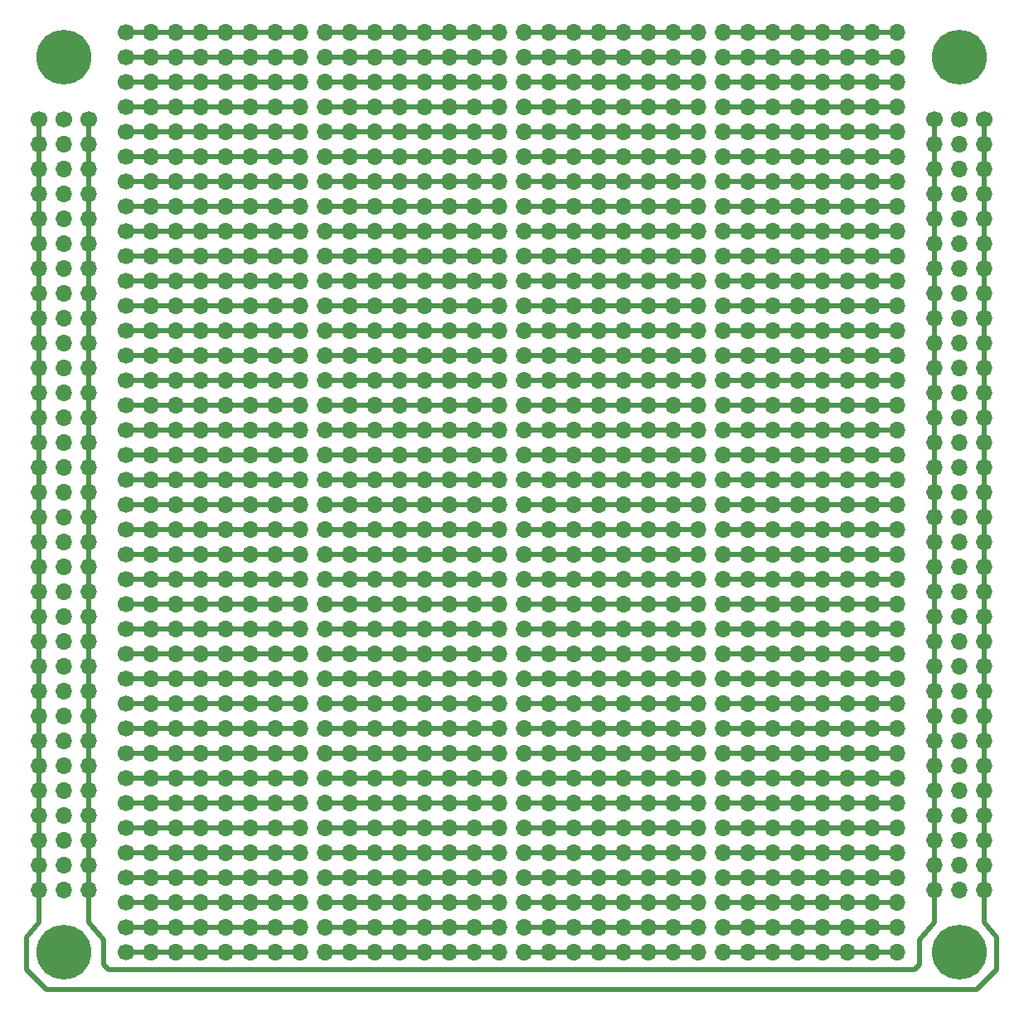
<source format=gbr>
%TF.GenerationSoftware,KiCad,Pcbnew,(5.1.9)-1*%
%TF.CreationDate,2021-01-10T17:22:18+01:00*%
%TF.ProjectId,Stripboard,53747269-7062-46f6-9172-642e6b696361,rev?*%
%TF.SameCoordinates,Original*%
%TF.FileFunction,Copper,L2,Bot*%
%TF.FilePolarity,Positive*%
%FSLAX46Y46*%
G04 Gerber Fmt 4.6, Leading zero omitted, Abs format (unit mm)*
G04 Created by KiCad (PCBNEW (5.1.9)-1) date 2021-01-10 17:22:18*
%MOMM*%
%LPD*%
G01*
G04 APERTURE LIST*
%TA.AperFunction,ComponentPad*%
%ADD10C,1.700000*%
%TD*%
%TA.AperFunction,ComponentPad*%
%ADD11O,1.700000X1.700000*%
%TD*%
%TA.AperFunction,ComponentPad*%
%ADD12C,5.600000*%
%TD*%
%TA.AperFunction,Conductor*%
%ADD13C,0.500000*%
%TD*%
G04 APERTURE END LIST*
D10*
%TO.P,38,1*%
%TO.N,N/C*%
X87630000Y-147320000D03*
D11*
%TO.P,38,2*%
X90170000Y-147320000D03*
%TO.P,38,3*%
X92710000Y-147320000D03*
%TO.P,38,4*%
X95250000Y-147320000D03*
%TO.P,38,5*%
X97790000Y-147320000D03*
%TO.P,38,6*%
X100330000Y-147320000D03*
%TO.P,38,7*%
X102870000Y-147320000D03*
%TO.P,38,8*%
X105410000Y-147320000D03*
%TO.P,38,9*%
X107950000Y-147320000D03*
%TO.P,38,10*%
X110490000Y-147320000D03*
%TO.P,38,11*%
X113030000Y-147320000D03*
%TO.P,38,12*%
X115570000Y-147320000D03*
%TO.P,38,13*%
X118110000Y-147320000D03*
%TO.P,38,14*%
X120650000Y-147320000D03*
%TO.P,38,15*%
X123190000Y-147320000D03*
%TO.P,38,16*%
X125730000Y-147320000D03*
%TO.P,38,17*%
X128270000Y-147320000D03*
%TO.P,38,18*%
X130810000Y-147320000D03*
%TO.P,38,19*%
X133350000Y-147320000D03*
%TO.P,38,20*%
X135890000Y-147320000D03*
%TO.P,38,21*%
X138430000Y-147320000D03*
%TO.P,38,22*%
X140970000Y-147320000D03*
%TO.P,38,23*%
X143510000Y-147320000D03*
%TO.P,38,24*%
X146050000Y-147320000D03*
%TO.P,38,25*%
X148590000Y-147320000D03*
%TO.P,38,26*%
X151130000Y-147320000D03*
%TO.P,38,27*%
X153670000Y-147320000D03*
%TO.P,38,28*%
X156210000Y-147320000D03*
%TO.P,38,29*%
X158750000Y-147320000D03*
%TO.P,38,30*%
X161290000Y-147320000D03*
%TO.P,38,31*%
X163830000Y-147320000D03*
%TO.P,38,32*%
X166370000Y-147320000D03*
%TD*%
D10*
%TO.P,36,1*%
%TO.N,N/C*%
X87630000Y-142240000D03*
D11*
%TO.P,36,2*%
X90170000Y-142240000D03*
%TO.P,36,3*%
X92710000Y-142240000D03*
%TO.P,36,4*%
X95250000Y-142240000D03*
%TO.P,36,5*%
X97790000Y-142240000D03*
%TO.P,36,6*%
X100330000Y-142240000D03*
%TO.P,36,7*%
X102870000Y-142240000D03*
%TO.P,36,8*%
X105410000Y-142240000D03*
%TO.P,36,9*%
X107950000Y-142240000D03*
%TO.P,36,10*%
X110490000Y-142240000D03*
%TO.P,36,11*%
X113030000Y-142240000D03*
%TO.P,36,12*%
X115570000Y-142240000D03*
%TO.P,36,13*%
X118110000Y-142240000D03*
%TO.P,36,14*%
X120650000Y-142240000D03*
%TO.P,36,15*%
X123190000Y-142240000D03*
%TO.P,36,16*%
X125730000Y-142240000D03*
%TO.P,36,17*%
X128270000Y-142240000D03*
%TO.P,36,18*%
X130810000Y-142240000D03*
%TO.P,36,19*%
X133350000Y-142240000D03*
%TO.P,36,20*%
X135890000Y-142240000D03*
%TO.P,36,21*%
X138430000Y-142240000D03*
%TO.P,36,22*%
X140970000Y-142240000D03*
%TO.P,36,23*%
X143510000Y-142240000D03*
%TO.P,36,24*%
X146050000Y-142240000D03*
%TO.P,36,25*%
X148590000Y-142240000D03*
%TO.P,36,26*%
X151130000Y-142240000D03*
%TO.P,36,27*%
X153670000Y-142240000D03*
%TO.P,36,28*%
X156210000Y-142240000D03*
%TO.P,36,29*%
X158750000Y-142240000D03*
%TO.P,36,30*%
X161290000Y-142240000D03*
%TO.P,36,31*%
X163830000Y-142240000D03*
%TO.P,36,32*%
X166370000Y-142240000D03*
%TD*%
%TO.P,37,32*%
%TO.N,N/C*%
X166370000Y-144780000D03*
%TO.P,37,31*%
X163830000Y-144780000D03*
%TO.P,37,30*%
X161290000Y-144780000D03*
%TO.P,37,29*%
X158750000Y-144780000D03*
%TO.P,37,28*%
X156210000Y-144780000D03*
%TO.P,37,27*%
X153670000Y-144780000D03*
%TO.P,37,26*%
X151130000Y-144780000D03*
%TO.P,37,25*%
X148590000Y-144780000D03*
%TO.P,37,24*%
X146050000Y-144780000D03*
%TO.P,37,23*%
X143510000Y-144780000D03*
%TO.P,37,22*%
X140970000Y-144780000D03*
%TO.P,37,21*%
X138430000Y-144780000D03*
%TO.P,37,20*%
X135890000Y-144780000D03*
%TO.P,37,19*%
X133350000Y-144780000D03*
%TO.P,37,18*%
X130810000Y-144780000D03*
%TO.P,37,17*%
X128270000Y-144780000D03*
%TO.P,37,16*%
X125730000Y-144780000D03*
%TO.P,37,15*%
X123190000Y-144780000D03*
%TO.P,37,14*%
X120650000Y-144780000D03*
%TO.P,37,13*%
X118110000Y-144780000D03*
%TO.P,37,12*%
X115570000Y-144780000D03*
%TO.P,37,11*%
X113030000Y-144780000D03*
%TO.P,37,10*%
X110490000Y-144780000D03*
%TO.P,37,9*%
X107950000Y-144780000D03*
%TO.P,37,8*%
X105410000Y-144780000D03*
%TO.P,37,7*%
X102870000Y-144780000D03*
%TO.P,37,6*%
X100330000Y-144780000D03*
%TO.P,37,5*%
X97790000Y-144780000D03*
%TO.P,37,4*%
X95250000Y-144780000D03*
%TO.P,37,3*%
X92710000Y-144780000D03*
%TO.P,37,2*%
X90170000Y-144780000D03*
D10*
%TO.P,37,1*%
X87630000Y-144780000D03*
%TD*%
%TO.P,29,1*%
%TO.N,N/C*%
X87630000Y-124460000D03*
D11*
%TO.P,29,2*%
X90170000Y-124460000D03*
%TO.P,29,3*%
X92710000Y-124460000D03*
%TO.P,29,4*%
X95250000Y-124460000D03*
%TO.P,29,5*%
X97790000Y-124460000D03*
%TO.P,29,6*%
X100330000Y-124460000D03*
%TO.P,29,7*%
X102870000Y-124460000D03*
%TO.P,29,8*%
X105410000Y-124460000D03*
%TO.P,29,9*%
X107950000Y-124460000D03*
%TO.P,29,10*%
X110490000Y-124460000D03*
%TO.P,29,11*%
X113030000Y-124460000D03*
%TO.P,29,12*%
X115570000Y-124460000D03*
%TO.P,29,13*%
X118110000Y-124460000D03*
%TO.P,29,14*%
X120650000Y-124460000D03*
%TO.P,29,15*%
X123190000Y-124460000D03*
%TO.P,29,16*%
X125730000Y-124460000D03*
%TO.P,29,17*%
X128270000Y-124460000D03*
%TO.P,29,18*%
X130810000Y-124460000D03*
%TO.P,29,19*%
X133350000Y-124460000D03*
%TO.P,29,20*%
X135890000Y-124460000D03*
%TO.P,29,21*%
X138430000Y-124460000D03*
%TO.P,29,22*%
X140970000Y-124460000D03*
%TO.P,29,23*%
X143510000Y-124460000D03*
%TO.P,29,24*%
X146050000Y-124460000D03*
%TO.P,29,25*%
X148590000Y-124460000D03*
%TO.P,29,26*%
X151130000Y-124460000D03*
%TO.P,29,27*%
X153670000Y-124460000D03*
%TO.P,29,28*%
X156210000Y-124460000D03*
%TO.P,29,29*%
X158750000Y-124460000D03*
%TO.P,29,30*%
X161290000Y-124460000D03*
%TO.P,29,31*%
X163830000Y-124460000D03*
%TO.P,29,32*%
X166370000Y-124460000D03*
%TD*%
%TO.P,34,32*%
%TO.N,N/C*%
X166370000Y-137160000D03*
%TO.P,34,31*%
X163830000Y-137160000D03*
%TO.P,34,30*%
X161290000Y-137160000D03*
%TO.P,34,29*%
X158750000Y-137160000D03*
%TO.P,34,28*%
X156210000Y-137160000D03*
%TO.P,34,27*%
X153670000Y-137160000D03*
%TO.P,34,26*%
X151130000Y-137160000D03*
%TO.P,34,25*%
X148590000Y-137160000D03*
%TO.P,34,24*%
X146050000Y-137160000D03*
%TO.P,34,23*%
X143510000Y-137160000D03*
%TO.P,34,22*%
X140970000Y-137160000D03*
%TO.P,34,21*%
X138430000Y-137160000D03*
%TO.P,34,20*%
X135890000Y-137160000D03*
%TO.P,34,19*%
X133350000Y-137160000D03*
%TO.P,34,18*%
X130810000Y-137160000D03*
%TO.P,34,17*%
X128270000Y-137160000D03*
%TO.P,34,16*%
X125730000Y-137160000D03*
%TO.P,34,15*%
X123190000Y-137160000D03*
%TO.P,34,14*%
X120650000Y-137160000D03*
%TO.P,34,13*%
X118110000Y-137160000D03*
%TO.P,34,12*%
X115570000Y-137160000D03*
%TO.P,34,11*%
X113030000Y-137160000D03*
%TO.P,34,10*%
X110490000Y-137160000D03*
%TO.P,34,9*%
X107950000Y-137160000D03*
%TO.P,34,8*%
X105410000Y-137160000D03*
%TO.P,34,7*%
X102870000Y-137160000D03*
%TO.P,34,6*%
X100330000Y-137160000D03*
%TO.P,34,5*%
X97790000Y-137160000D03*
%TO.P,34,4*%
X95250000Y-137160000D03*
%TO.P,34,3*%
X92710000Y-137160000D03*
%TO.P,34,2*%
X90170000Y-137160000D03*
D10*
%TO.P,34,1*%
X87630000Y-137160000D03*
%TD*%
D11*
%TO.P,32,32*%
%TO.N,N/C*%
X166370000Y-132080000D03*
%TO.P,32,31*%
X163830000Y-132080000D03*
%TO.P,32,30*%
X161290000Y-132080000D03*
%TO.P,32,29*%
X158750000Y-132080000D03*
%TO.P,32,28*%
X156210000Y-132080000D03*
%TO.P,32,27*%
X153670000Y-132080000D03*
%TO.P,32,26*%
X151130000Y-132080000D03*
%TO.P,32,25*%
X148590000Y-132080000D03*
%TO.P,32,24*%
X146050000Y-132080000D03*
%TO.P,32,23*%
X143510000Y-132080000D03*
%TO.P,32,22*%
X140970000Y-132080000D03*
%TO.P,32,21*%
X138430000Y-132080000D03*
%TO.P,32,20*%
X135890000Y-132080000D03*
%TO.P,32,19*%
X133350000Y-132080000D03*
%TO.P,32,18*%
X130810000Y-132080000D03*
%TO.P,32,17*%
X128270000Y-132080000D03*
%TO.P,32,16*%
X125730000Y-132080000D03*
%TO.P,32,15*%
X123190000Y-132080000D03*
%TO.P,32,14*%
X120650000Y-132080000D03*
%TO.P,32,13*%
X118110000Y-132080000D03*
%TO.P,32,12*%
X115570000Y-132080000D03*
%TO.P,32,11*%
X113030000Y-132080000D03*
%TO.P,32,10*%
X110490000Y-132080000D03*
%TO.P,32,9*%
X107950000Y-132080000D03*
%TO.P,32,8*%
X105410000Y-132080000D03*
%TO.P,32,7*%
X102870000Y-132080000D03*
%TO.P,32,6*%
X100330000Y-132080000D03*
%TO.P,32,5*%
X97790000Y-132080000D03*
%TO.P,32,4*%
X95250000Y-132080000D03*
%TO.P,32,3*%
X92710000Y-132080000D03*
%TO.P,32,2*%
X90170000Y-132080000D03*
D10*
%TO.P,32,1*%
X87630000Y-132080000D03*
%TD*%
D11*
%TO.P,31,32*%
%TO.N,N/C*%
X166370000Y-129540000D03*
%TO.P,31,31*%
X163830000Y-129540000D03*
%TO.P,31,30*%
X161290000Y-129540000D03*
%TO.P,31,29*%
X158750000Y-129540000D03*
%TO.P,31,28*%
X156210000Y-129540000D03*
%TO.P,31,27*%
X153670000Y-129540000D03*
%TO.P,31,26*%
X151130000Y-129540000D03*
%TO.P,31,25*%
X148590000Y-129540000D03*
%TO.P,31,24*%
X146050000Y-129540000D03*
%TO.P,31,23*%
X143510000Y-129540000D03*
%TO.P,31,22*%
X140970000Y-129540000D03*
%TO.P,31,21*%
X138430000Y-129540000D03*
%TO.P,31,20*%
X135890000Y-129540000D03*
%TO.P,31,19*%
X133350000Y-129540000D03*
%TO.P,31,18*%
X130810000Y-129540000D03*
%TO.P,31,17*%
X128270000Y-129540000D03*
%TO.P,31,16*%
X125730000Y-129540000D03*
%TO.P,31,15*%
X123190000Y-129540000D03*
%TO.P,31,14*%
X120650000Y-129540000D03*
%TO.P,31,13*%
X118110000Y-129540000D03*
%TO.P,31,12*%
X115570000Y-129540000D03*
%TO.P,31,11*%
X113030000Y-129540000D03*
%TO.P,31,10*%
X110490000Y-129540000D03*
%TO.P,31,9*%
X107950000Y-129540000D03*
%TO.P,31,8*%
X105410000Y-129540000D03*
%TO.P,31,7*%
X102870000Y-129540000D03*
%TO.P,31,6*%
X100330000Y-129540000D03*
%TO.P,31,5*%
X97790000Y-129540000D03*
%TO.P,31,4*%
X95250000Y-129540000D03*
%TO.P,31,3*%
X92710000Y-129540000D03*
%TO.P,31,2*%
X90170000Y-129540000D03*
D10*
%TO.P,31,1*%
X87630000Y-129540000D03*
%TD*%
D11*
%TO.P,33,32*%
%TO.N,N/C*%
X166370000Y-134620000D03*
%TO.P,33,31*%
X163830000Y-134620000D03*
%TO.P,33,30*%
X161290000Y-134620000D03*
%TO.P,33,29*%
X158750000Y-134620000D03*
%TO.P,33,28*%
X156210000Y-134620000D03*
%TO.P,33,27*%
X153670000Y-134620000D03*
%TO.P,33,26*%
X151130000Y-134620000D03*
%TO.P,33,25*%
X148590000Y-134620000D03*
%TO.P,33,24*%
X146050000Y-134620000D03*
%TO.P,33,23*%
X143510000Y-134620000D03*
%TO.P,33,22*%
X140970000Y-134620000D03*
%TO.P,33,21*%
X138430000Y-134620000D03*
%TO.P,33,20*%
X135890000Y-134620000D03*
%TO.P,33,19*%
X133350000Y-134620000D03*
%TO.P,33,18*%
X130810000Y-134620000D03*
%TO.P,33,17*%
X128270000Y-134620000D03*
%TO.P,33,16*%
X125730000Y-134620000D03*
%TO.P,33,15*%
X123190000Y-134620000D03*
%TO.P,33,14*%
X120650000Y-134620000D03*
%TO.P,33,13*%
X118110000Y-134620000D03*
%TO.P,33,12*%
X115570000Y-134620000D03*
%TO.P,33,11*%
X113030000Y-134620000D03*
%TO.P,33,10*%
X110490000Y-134620000D03*
%TO.P,33,9*%
X107950000Y-134620000D03*
%TO.P,33,8*%
X105410000Y-134620000D03*
%TO.P,33,7*%
X102870000Y-134620000D03*
%TO.P,33,6*%
X100330000Y-134620000D03*
%TO.P,33,5*%
X97790000Y-134620000D03*
%TO.P,33,4*%
X95250000Y-134620000D03*
%TO.P,33,3*%
X92710000Y-134620000D03*
%TO.P,33,2*%
X90170000Y-134620000D03*
D10*
%TO.P,33,1*%
X87630000Y-134620000D03*
%TD*%
D11*
%TO.P,30,32*%
%TO.N,N/C*%
X166370000Y-127000000D03*
%TO.P,30,31*%
X163830000Y-127000000D03*
%TO.P,30,30*%
X161290000Y-127000000D03*
%TO.P,30,29*%
X158750000Y-127000000D03*
%TO.P,30,28*%
X156210000Y-127000000D03*
%TO.P,30,27*%
X153670000Y-127000000D03*
%TO.P,30,26*%
X151130000Y-127000000D03*
%TO.P,30,25*%
X148590000Y-127000000D03*
%TO.P,30,24*%
X146050000Y-127000000D03*
%TO.P,30,23*%
X143510000Y-127000000D03*
%TO.P,30,22*%
X140970000Y-127000000D03*
%TO.P,30,21*%
X138430000Y-127000000D03*
%TO.P,30,20*%
X135890000Y-127000000D03*
%TO.P,30,19*%
X133350000Y-127000000D03*
%TO.P,30,18*%
X130810000Y-127000000D03*
%TO.P,30,17*%
X128270000Y-127000000D03*
%TO.P,30,16*%
X125730000Y-127000000D03*
%TO.P,30,15*%
X123190000Y-127000000D03*
%TO.P,30,14*%
X120650000Y-127000000D03*
%TO.P,30,13*%
X118110000Y-127000000D03*
%TO.P,30,12*%
X115570000Y-127000000D03*
%TO.P,30,11*%
X113030000Y-127000000D03*
%TO.P,30,10*%
X110490000Y-127000000D03*
%TO.P,30,9*%
X107950000Y-127000000D03*
%TO.P,30,8*%
X105410000Y-127000000D03*
%TO.P,30,7*%
X102870000Y-127000000D03*
%TO.P,30,6*%
X100330000Y-127000000D03*
%TO.P,30,5*%
X97790000Y-127000000D03*
%TO.P,30,4*%
X95250000Y-127000000D03*
%TO.P,30,3*%
X92710000Y-127000000D03*
%TO.P,30,2*%
X90170000Y-127000000D03*
D10*
%TO.P,30,1*%
X87630000Y-127000000D03*
%TD*%
D11*
%TO.P,35,32*%
%TO.N,N/C*%
X166370000Y-139700000D03*
%TO.P,35,31*%
X163830000Y-139700000D03*
%TO.P,35,30*%
X161290000Y-139700000D03*
%TO.P,35,29*%
X158750000Y-139700000D03*
%TO.P,35,28*%
X156210000Y-139700000D03*
%TO.P,35,27*%
X153670000Y-139700000D03*
%TO.P,35,26*%
X151130000Y-139700000D03*
%TO.P,35,25*%
X148590000Y-139700000D03*
%TO.P,35,24*%
X146050000Y-139700000D03*
%TO.P,35,23*%
X143510000Y-139700000D03*
%TO.P,35,22*%
X140970000Y-139700000D03*
%TO.P,35,21*%
X138430000Y-139700000D03*
%TO.P,35,20*%
X135890000Y-139700000D03*
%TO.P,35,19*%
X133350000Y-139700000D03*
%TO.P,35,18*%
X130810000Y-139700000D03*
%TO.P,35,17*%
X128270000Y-139700000D03*
%TO.P,35,16*%
X125730000Y-139700000D03*
%TO.P,35,15*%
X123190000Y-139700000D03*
%TO.P,35,14*%
X120650000Y-139700000D03*
%TO.P,35,13*%
X118110000Y-139700000D03*
%TO.P,35,12*%
X115570000Y-139700000D03*
%TO.P,35,11*%
X113030000Y-139700000D03*
%TO.P,35,10*%
X110490000Y-139700000D03*
%TO.P,35,9*%
X107950000Y-139700000D03*
%TO.P,35,8*%
X105410000Y-139700000D03*
%TO.P,35,7*%
X102870000Y-139700000D03*
%TO.P,35,6*%
X100330000Y-139700000D03*
%TO.P,35,5*%
X97790000Y-139700000D03*
%TO.P,35,4*%
X95250000Y-139700000D03*
%TO.P,35,3*%
X92710000Y-139700000D03*
%TO.P,35,2*%
X90170000Y-139700000D03*
D10*
%TO.P,35,1*%
X87630000Y-139700000D03*
%TD*%
%TO.P,22,1*%
%TO.N,N/C*%
X87630000Y-106680000D03*
D11*
%TO.P,22,2*%
X90170000Y-106680000D03*
%TO.P,22,3*%
X92710000Y-106680000D03*
%TO.P,22,4*%
X95250000Y-106680000D03*
%TO.P,22,5*%
X97790000Y-106680000D03*
%TO.P,22,6*%
X100330000Y-106680000D03*
%TO.P,22,7*%
X102870000Y-106680000D03*
%TO.P,22,8*%
X105410000Y-106680000D03*
%TO.P,22,9*%
X107950000Y-106680000D03*
%TO.P,22,10*%
X110490000Y-106680000D03*
%TO.P,22,11*%
X113030000Y-106680000D03*
%TO.P,22,12*%
X115570000Y-106680000D03*
%TO.P,22,13*%
X118110000Y-106680000D03*
%TO.P,22,14*%
X120650000Y-106680000D03*
%TO.P,22,15*%
X123190000Y-106680000D03*
%TO.P,22,16*%
X125730000Y-106680000D03*
%TO.P,22,17*%
X128270000Y-106680000D03*
%TO.P,22,18*%
X130810000Y-106680000D03*
%TO.P,22,19*%
X133350000Y-106680000D03*
%TO.P,22,20*%
X135890000Y-106680000D03*
%TO.P,22,21*%
X138430000Y-106680000D03*
%TO.P,22,22*%
X140970000Y-106680000D03*
%TO.P,22,23*%
X143510000Y-106680000D03*
%TO.P,22,24*%
X146050000Y-106680000D03*
%TO.P,22,25*%
X148590000Y-106680000D03*
%TO.P,22,26*%
X151130000Y-106680000D03*
%TO.P,22,27*%
X153670000Y-106680000D03*
%TO.P,22,28*%
X156210000Y-106680000D03*
%TO.P,22,29*%
X158750000Y-106680000D03*
%TO.P,22,30*%
X161290000Y-106680000D03*
%TO.P,22,31*%
X163830000Y-106680000D03*
%TO.P,22,32*%
X166370000Y-106680000D03*
%TD*%
%TO.P,27,32*%
%TO.N,N/C*%
X166370000Y-119380000D03*
%TO.P,27,31*%
X163830000Y-119380000D03*
%TO.P,27,30*%
X161290000Y-119380000D03*
%TO.P,27,29*%
X158750000Y-119380000D03*
%TO.P,27,28*%
X156210000Y-119380000D03*
%TO.P,27,27*%
X153670000Y-119380000D03*
%TO.P,27,26*%
X151130000Y-119380000D03*
%TO.P,27,25*%
X148590000Y-119380000D03*
%TO.P,27,24*%
X146050000Y-119380000D03*
%TO.P,27,23*%
X143510000Y-119380000D03*
%TO.P,27,22*%
X140970000Y-119380000D03*
%TO.P,27,21*%
X138430000Y-119380000D03*
%TO.P,27,20*%
X135890000Y-119380000D03*
%TO.P,27,19*%
X133350000Y-119380000D03*
%TO.P,27,18*%
X130810000Y-119380000D03*
%TO.P,27,17*%
X128270000Y-119380000D03*
%TO.P,27,16*%
X125730000Y-119380000D03*
%TO.P,27,15*%
X123190000Y-119380000D03*
%TO.P,27,14*%
X120650000Y-119380000D03*
%TO.P,27,13*%
X118110000Y-119380000D03*
%TO.P,27,12*%
X115570000Y-119380000D03*
%TO.P,27,11*%
X113030000Y-119380000D03*
%TO.P,27,10*%
X110490000Y-119380000D03*
%TO.P,27,9*%
X107950000Y-119380000D03*
%TO.P,27,8*%
X105410000Y-119380000D03*
%TO.P,27,7*%
X102870000Y-119380000D03*
%TO.P,27,6*%
X100330000Y-119380000D03*
%TO.P,27,5*%
X97790000Y-119380000D03*
%TO.P,27,4*%
X95250000Y-119380000D03*
%TO.P,27,3*%
X92710000Y-119380000D03*
%TO.P,27,2*%
X90170000Y-119380000D03*
D10*
%TO.P,27,1*%
X87630000Y-119380000D03*
%TD*%
D11*
%TO.P,25,32*%
%TO.N,N/C*%
X166370000Y-114300000D03*
%TO.P,25,31*%
X163830000Y-114300000D03*
%TO.P,25,30*%
X161290000Y-114300000D03*
%TO.P,25,29*%
X158750000Y-114300000D03*
%TO.P,25,28*%
X156210000Y-114300000D03*
%TO.P,25,27*%
X153670000Y-114300000D03*
%TO.P,25,26*%
X151130000Y-114300000D03*
%TO.P,25,25*%
X148590000Y-114300000D03*
%TO.P,25,24*%
X146050000Y-114300000D03*
%TO.P,25,23*%
X143510000Y-114300000D03*
%TO.P,25,22*%
X140970000Y-114300000D03*
%TO.P,25,21*%
X138430000Y-114300000D03*
%TO.P,25,20*%
X135890000Y-114300000D03*
%TO.P,25,19*%
X133350000Y-114300000D03*
%TO.P,25,18*%
X130810000Y-114300000D03*
%TO.P,25,17*%
X128270000Y-114300000D03*
%TO.P,25,16*%
X125730000Y-114300000D03*
%TO.P,25,15*%
X123190000Y-114300000D03*
%TO.P,25,14*%
X120650000Y-114300000D03*
%TO.P,25,13*%
X118110000Y-114300000D03*
%TO.P,25,12*%
X115570000Y-114300000D03*
%TO.P,25,11*%
X113030000Y-114300000D03*
%TO.P,25,10*%
X110490000Y-114300000D03*
%TO.P,25,9*%
X107950000Y-114300000D03*
%TO.P,25,8*%
X105410000Y-114300000D03*
%TO.P,25,7*%
X102870000Y-114300000D03*
%TO.P,25,6*%
X100330000Y-114300000D03*
%TO.P,25,5*%
X97790000Y-114300000D03*
%TO.P,25,4*%
X95250000Y-114300000D03*
%TO.P,25,3*%
X92710000Y-114300000D03*
%TO.P,25,2*%
X90170000Y-114300000D03*
D10*
%TO.P,25,1*%
X87630000Y-114300000D03*
%TD*%
D11*
%TO.P,24,32*%
%TO.N,N/C*%
X166370000Y-111760000D03*
%TO.P,24,31*%
X163830000Y-111760000D03*
%TO.P,24,30*%
X161290000Y-111760000D03*
%TO.P,24,29*%
X158750000Y-111760000D03*
%TO.P,24,28*%
X156210000Y-111760000D03*
%TO.P,24,27*%
X153670000Y-111760000D03*
%TO.P,24,26*%
X151130000Y-111760000D03*
%TO.P,24,25*%
X148590000Y-111760000D03*
%TO.P,24,24*%
X146050000Y-111760000D03*
%TO.P,24,23*%
X143510000Y-111760000D03*
%TO.P,24,22*%
X140970000Y-111760000D03*
%TO.P,24,21*%
X138430000Y-111760000D03*
%TO.P,24,20*%
X135890000Y-111760000D03*
%TO.P,24,19*%
X133350000Y-111760000D03*
%TO.P,24,18*%
X130810000Y-111760000D03*
%TO.P,24,17*%
X128270000Y-111760000D03*
%TO.P,24,16*%
X125730000Y-111760000D03*
%TO.P,24,15*%
X123190000Y-111760000D03*
%TO.P,24,14*%
X120650000Y-111760000D03*
%TO.P,24,13*%
X118110000Y-111760000D03*
%TO.P,24,12*%
X115570000Y-111760000D03*
%TO.P,24,11*%
X113030000Y-111760000D03*
%TO.P,24,10*%
X110490000Y-111760000D03*
%TO.P,24,9*%
X107950000Y-111760000D03*
%TO.P,24,8*%
X105410000Y-111760000D03*
%TO.P,24,7*%
X102870000Y-111760000D03*
%TO.P,24,6*%
X100330000Y-111760000D03*
%TO.P,24,5*%
X97790000Y-111760000D03*
%TO.P,24,4*%
X95250000Y-111760000D03*
%TO.P,24,3*%
X92710000Y-111760000D03*
%TO.P,24,2*%
X90170000Y-111760000D03*
D10*
%TO.P,24,1*%
X87630000Y-111760000D03*
%TD*%
D11*
%TO.P,26,32*%
%TO.N,N/C*%
X166370000Y-116840000D03*
%TO.P,26,31*%
X163830000Y-116840000D03*
%TO.P,26,30*%
X161290000Y-116840000D03*
%TO.P,26,29*%
X158750000Y-116840000D03*
%TO.P,26,28*%
X156210000Y-116840000D03*
%TO.P,26,27*%
X153670000Y-116840000D03*
%TO.P,26,26*%
X151130000Y-116840000D03*
%TO.P,26,25*%
X148590000Y-116840000D03*
%TO.P,26,24*%
X146050000Y-116840000D03*
%TO.P,26,23*%
X143510000Y-116840000D03*
%TO.P,26,22*%
X140970000Y-116840000D03*
%TO.P,26,21*%
X138430000Y-116840000D03*
%TO.P,26,20*%
X135890000Y-116840000D03*
%TO.P,26,19*%
X133350000Y-116840000D03*
%TO.P,26,18*%
X130810000Y-116840000D03*
%TO.P,26,17*%
X128270000Y-116840000D03*
%TO.P,26,16*%
X125730000Y-116840000D03*
%TO.P,26,15*%
X123190000Y-116840000D03*
%TO.P,26,14*%
X120650000Y-116840000D03*
%TO.P,26,13*%
X118110000Y-116840000D03*
%TO.P,26,12*%
X115570000Y-116840000D03*
%TO.P,26,11*%
X113030000Y-116840000D03*
%TO.P,26,10*%
X110490000Y-116840000D03*
%TO.P,26,9*%
X107950000Y-116840000D03*
%TO.P,26,8*%
X105410000Y-116840000D03*
%TO.P,26,7*%
X102870000Y-116840000D03*
%TO.P,26,6*%
X100330000Y-116840000D03*
%TO.P,26,5*%
X97790000Y-116840000D03*
%TO.P,26,4*%
X95250000Y-116840000D03*
%TO.P,26,3*%
X92710000Y-116840000D03*
%TO.P,26,2*%
X90170000Y-116840000D03*
D10*
%TO.P,26,1*%
X87630000Y-116840000D03*
%TD*%
D11*
%TO.P,23,32*%
%TO.N,N/C*%
X166370000Y-109220000D03*
%TO.P,23,31*%
X163830000Y-109220000D03*
%TO.P,23,30*%
X161290000Y-109220000D03*
%TO.P,23,29*%
X158750000Y-109220000D03*
%TO.P,23,28*%
X156210000Y-109220000D03*
%TO.P,23,27*%
X153670000Y-109220000D03*
%TO.P,23,26*%
X151130000Y-109220000D03*
%TO.P,23,25*%
X148590000Y-109220000D03*
%TO.P,23,24*%
X146050000Y-109220000D03*
%TO.P,23,23*%
X143510000Y-109220000D03*
%TO.P,23,22*%
X140970000Y-109220000D03*
%TO.P,23,21*%
X138430000Y-109220000D03*
%TO.P,23,20*%
X135890000Y-109220000D03*
%TO.P,23,19*%
X133350000Y-109220000D03*
%TO.P,23,18*%
X130810000Y-109220000D03*
%TO.P,23,17*%
X128270000Y-109220000D03*
%TO.P,23,16*%
X125730000Y-109220000D03*
%TO.P,23,15*%
X123190000Y-109220000D03*
%TO.P,23,14*%
X120650000Y-109220000D03*
%TO.P,23,13*%
X118110000Y-109220000D03*
%TO.P,23,12*%
X115570000Y-109220000D03*
%TO.P,23,11*%
X113030000Y-109220000D03*
%TO.P,23,10*%
X110490000Y-109220000D03*
%TO.P,23,9*%
X107950000Y-109220000D03*
%TO.P,23,8*%
X105410000Y-109220000D03*
%TO.P,23,7*%
X102870000Y-109220000D03*
%TO.P,23,6*%
X100330000Y-109220000D03*
%TO.P,23,5*%
X97790000Y-109220000D03*
%TO.P,23,4*%
X95250000Y-109220000D03*
%TO.P,23,3*%
X92710000Y-109220000D03*
%TO.P,23,2*%
X90170000Y-109220000D03*
D10*
%TO.P,23,1*%
X87630000Y-109220000D03*
%TD*%
D11*
%TO.P,28,32*%
%TO.N,N/C*%
X166370000Y-121920000D03*
%TO.P,28,31*%
X163830000Y-121920000D03*
%TO.P,28,30*%
X161290000Y-121920000D03*
%TO.P,28,29*%
X158750000Y-121920000D03*
%TO.P,28,28*%
X156210000Y-121920000D03*
%TO.P,28,27*%
X153670000Y-121920000D03*
%TO.P,28,26*%
X151130000Y-121920000D03*
%TO.P,28,25*%
X148590000Y-121920000D03*
%TO.P,28,24*%
X146050000Y-121920000D03*
%TO.P,28,23*%
X143510000Y-121920000D03*
%TO.P,28,22*%
X140970000Y-121920000D03*
%TO.P,28,21*%
X138430000Y-121920000D03*
%TO.P,28,20*%
X135890000Y-121920000D03*
%TO.P,28,19*%
X133350000Y-121920000D03*
%TO.P,28,18*%
X130810000Y-121920000D03*
%TO.P,28,17*%
X128270000Y-121920000D03*
%TO.P,28,16*%
X125730000Y-121920000D03*
%TO.P,28,15*%
X123190000Y-121920000D03*
%TO.P,28,14*%
X120650000Y-121920000D03*
%TO.P,28,13*%
X118110000Y-121920000D03*
%TO.P,28,12*%
X115570000Y-121920000D03*
%TO.P,28,11*%
X113030000Y-121920000D03*
%TO.P,28,10*%
X110490000Y-121920000D03*
%TO.P,28,9*%
X107950000Y-121920000D03*
%TO.P,28,8*%
X105410000Y-121920000D03*
%TO.P,28,7*%
X102870000Y-121920000D03*
%TO.P,28,6*%
X100330000Y-121920000D03*
%TO.P,28,5*%
X97790000Y-121920000D03*
%TO.P,28,4*%
X95250000Y-121920000D03*
%TO.P,28,3*%
X92710000Y-121920000D03*
%TO.P,28,2*%
X90170000Y-121920000D03*
D10*
%TO.P,28,1*%
X87630000Y-121920000D03*
%TD*%
%TO.P,15,1*%
%TO.N,N/C*%
X87630000Y-88900000D03*
D11*
%TO.P,15,2*%
X90170000Y-88900000D03*
%TO.P,15,3*%
X92710000Y-88900000D03*
%TO.P,15,4*%
X95250000Y-88900000D03*
%TO.P,15,5*%
X97790000Y-88900000D03*
%TO.P,15,6*%
X100330000Y-88900000D03*
%TO.P,15,7*%
X102870000Y-88900000D03*
%TO.P,15,8*%
X105410000Y-88900000D03*
%TO.P,15,9*%
X107950000Y-88900000D03*
%TO.P,15,10*%
X110490000Y-88900000D03*
%TO.P,15,11*%
X113030000Y-88900000D03*
%TO.P,15,12*%
X115570000Y-88900000D03*
%TO.P,15,13*%
X118110000Y-88900000D03*
%TO.P,15,14*%
X120650000Y-88900000D03*
%TO.P,15,15*%
X123190000Y-88900000D03*
%TO.P,15,16*%
X125730000Y-88900000D03*
%TO.P,15,17*%
X128270000Y-88900000D03*
%TO.P,15,18*%
X130810000Y-88900000D03*
%TO.P,15,19*%
X133350000Y-88900000D03*
%TO.P,15,20*%
X135890000Y-88900000D03*
%TO.P,15,21*%
X138430000Y-88900000D03*
%TO.P,15,22*%
X140970000Y-88900000D03*
%TO.P,15,23*%
X143510000Y-88900000D03*
%TO.P,15,24*%
X146050000Y-88900000D03*
%TO.P,15,25*%
X148590000Y-88900000D03*
%TO.P,15,26*%
X151130000Y-88900000D03*
%TO.P,15,27*%
X153670000Y-88900000D03*
%TO.P,15,28*%
X156210000Y-88900000D03*
%TO.P,15,29*%
X158750000Y-88900000D03*
%TO.P,15,30*%
X161290000Y-88900000D03*
%TO.P,15,31*%
X163830000Y-88900000D03*
%TO.P,15,32*%
X166370000Y-88900000D03*
%TD*%
%TO.P,20,32*%
%TO.N,N/C*%
X166370000Y-101600000D03*
%TO.P,20,31*%
X163830000Y-101600000D03*
%TO.P,20,30*%
X161290000Y-101600000D03*
%TO.P,20,29*%
X158750000Y-101600000D03*
%TO.P,20,28*%
X156210000Y-101600000D03*
%TO.P,20,27*%
X153670000Y-101600000D03*
%TO.P,20,26*%
X151130000Y-101600000D03*
%TO.P,20,25*%
X148590000Y-101600000D03*
%TO.P,20,24*%
X146050000Y-101600000D03*
%TO.P,20,23*%
X143510000Y-101600000D03*
%TO.P,20,22*%
X140970000Y-101600000D03*
%TO.P,20,21*%
X138430000Y-101600000D03*
%TO.P,20,20*%
X135890000Y-101600000D03*
%TO.P,20,19*%
X133350000Y-101600000D03*
%TO.P,20,18*%
X130810000Y-101600000D03*
%TO.P,20,17*%
X128270000Y-101600000D03*
%TO.P,20,16*%
X125730000Y-101600000D03*
%TO.P,20,15*%
X123190000Y-101600000D03*
%TO.P,20,14*%
X120650000Y-101600000D03*
%TO.P,20,13*%
X118110000Y-101600000D03*
%TO.P,20,12*%
X115570000Y-101600000D03*
%TO.P,20,11*%
X113030000Y-101600000D03*
%TO.P,20,10*%
X110490000Y-101600000D03*
%TO.P,20,9*%
X107950000Y-101600000D03*
%TO.P,20,8*%
X105410000Y-101600000D03*
%TO.P,20,7*%
X102870000Y-101600000D03*
%TO.P,20,6*%
X100330000Y-101600000D03*
%TO.P,20,5*%
X97790000Y-101600000D03*
%TO.P,20,4*%
X95250000Y-101600000D03*
%TO.P,20,3*%
X92710000Y-101600000D03*
%TO.P,20,2*%
X90170000Y-101600000D03*
D10*
%TO.P,20,1*%
X87630000Y-101600000D03*
%TD*%
D11*
%TO.P,18,32*%
%TO.N,N/C*%
X166370000Y-96520000D03*
%TO.P,18,31*%
X163830000Y-96520000D03*
%TO.P,18,30*%
X161290000Y-96520000D03*
%TO.P,18,29*%
X158750000Y-96520000D03*
%TO.P,18,28*%
X156210000Y-96520000D03*
%TO.P,18,27*%
X153670000Y-96520000D03*
%TO.P,18,26*%
X151130000Y-96520000D03*
%TO.P,18,25*%
X148590000Y-96520000D03*
%TO.P,18,24*%
X146050000Y-96520000D03*
%TO.P,18,23*%
X143510000Y-96520000D03*
%TO.P,18,22*%
X140970000Y-96520000D03*
%TO.P,18,21*%
X138430000Y-96520000D03*
%TO.P,18,20*%
X135890000Y-96520000D03*
%TO.P,18,19*%
X133350000Y-96520000D03*
%TO.P,18,18*%
X130810000Y-96520000D03*
%TO.P,18,17*%
X128270000Y-96520000D03*
%TO.P,18,16*%
X125730000Y-96520000D03*
%TO.P,18,15*%
X123190000Y-96520000D03*
%TO.P,18,14*%
X120650000Y-96520000D03*
%TO.P,18,13*%
X118110000Y-96520000D03*
%TO.P,18,12*%
X115570000Y-96520000D03*
%TO.P,18,11*%
X113030000Y-96520000D03*
%TO.P,18,10*%
X110490000Y-96520000D03*
%TO.P,18,9*%
X107950000Y-96520000D03*
%TO.P,18,8*%
X105410000Y-96520000D03*
%TO.P,18,7*%
X102870000Y-96520000D03*
%TO.P,18,6*%
X100330000Y-96520000D03*
%TO.P,18,5*%
X97790000Y-96520000D03*
%TO.P,18,4*%
X95250000Y-96520000D03*
%TO.P,18,3*%
X92710000Y-96520000D03*
%TO.P,18,2*%
X90170000Y-96520000D03*
D10*
%TO.P,18,1*%
X87630000Y-96520000D03*
%TD*%
D11*
%TO.P,17,32*%
%TO.N,N/C*%
X166370000Y-93980000D03*
%TO.P,17,31*%
X163830000Y-93980000D03*
%TO.P,17,30*%
X161290000Y-93980000D03*
%TO.P,17,29*%
X158750000Y-93980000D03*
%TO.P,17,28*%
X156210000Y-93980000D03*
%TO.P,17,27*%
X153670000Y-93980000D03*
%TO.P,17,26*%
X151130000Y-93980000D03*
%TO.P,17,25*%
X148590000Y-93980000D03*
%TO.P,17,24*%
X146050000Y-93980000D03*
%TO.P,17,23*%
X143510000Y-93980000D03*
%TO.P,17,22*%
X140970000Y-93980000D03*
%TO.P,17,21*%
X138430000Y-93980000D03*
%TO.P,17,20*%
X135890000Y-93980000D03*
%TO.P,17,19*%
X133350000Y-93980000D03*
%TO.P,17,18*%
X130810000Y-93980000D03*
%TO.P,17,17*%
X128270000Y-93980000D03*
%TO.P,17,16*%
X125730000Y-93980000D03*
%TO.P,17,15*%
X123190000Y-93980000D03*
%TO.P,17,14*%
X120650000Y-93980000D03*
%TO.P,17,13*%
X118110000Y-93980000D03*
%TO.P,17,12*%
X115570000Y-93980000D03*
%TO.P,17,11*%
X113030000Y-93980000D03*
%TO.P,17,10*%
X110490000Y-93980000D03*
%TO.P,17,9*%
X107950000Y-93980000D03*
%TO.P,17,8*%
X105410000Y-93980000D03*
%TO.P,17,7*%
X102870000Y-93980000D03*
%TO.P,17,6*%
X100330000Y-93980000D03*
%TO.P,17,5*%
X97790000Y-93980000D03*
%TO.P,17,4*%
X95250000Y-93980000D03*
%TO.P,17,3*%
X92710000Y-93980000D03*
%TO.P,17,2*%
X90170000Y-93980000D03*
D10*
%TO.P,17,1*%
X87630000Y-93980000D03*
%TD*%
D11*
%TO.P,19,32*%
%TO.N,N/C*%
X166370000Y-99060000D03*
%TO.P,19,31*%
X163830000Y-99060000D03*
%TO.P,19,30*%
X161290000Y-99060000D03*
%TO.P,19,29*%
X158750000Y-99060000D03*
%TO.P,19,28*%
X156210000Y-99060000D03*
%TO.P,19,27*%
X153670000Y-99060000D03*
%TO.P,19,26*%
X151130000Y-99060000D03*
%TO.P,19,25*%
X148590000Y-99060000D03*
%TO.P,19,24*%
X146050000Y-99060000D03*
%TO.P,19,23*%
X143510000Y-99060000D03*
%TO.P,19,22*%
X140970000Y-99060000D03*
%TO.P,19,21*%
X138430000Y-99060000D03*
%TO.P,19,20*%
X135890000Y-99060000D03*
%TO.P,19,19*%
X133350000Y-99060000D03*
%TO.P,19,18*%
X130810000Y-99060000D03*
%TO.P,19,17*%
X128270000Y-99060000D03*
%TO.P,19,16*%
X125730000Y-99060000D03*
%TO.P,19,15*%
X123190000Y-99060000D03*
%TO.P,19,14*%
X120650000Y-99060000D03*
%TO.P,19,13*%
X118110000Y-99060000D03*
%TO.P,19,12*%
X115570000Y-99060000D03*
%TO.P,19,11*%
X113030000Y-99060000D03*
%TO.P,19,10*%
X110490000Y-99060000D03*
%TO.P,19,9*%
X107950000Y-99060000D03*
%TO.P,19,8*%
X105410000Y-99060000D03*
%TO.P,19,7*%
X102870000Y-99060000D03*
%TO.P,19,6*%
X100330000Y-99060000D03*
%TO.P,19,5*%
X97790000Y-99060000D03*
%TO.P,19,4*%
X95250000Y-99060000D03*
%TO.P,19,3*%
X92710000Y-99060000D03*
%TO.P,19,2*%
X90170000Y-99060000D03*
D10*
%TO.P,19,1*%
X87630000Y-99060000D03*
%TD*%
D11*
%TO.P,16,32*%
%TO.N,N/C*%
X166370000Y-91440000D03*
%TO.P,16,31*%
X163830000Y-91440000D03*
%TO.P,16,30*%
X161290000Y-91440000D03*
%TO.P,16,29*%
X158750000Y-91440000D03*
%TO.P,16,28*%
X156210000Y-91440000D03*
%TO.P,16,27*%
X153670000Y-91440000D03*
%TO.P,16,26*%
X151130000Y-91440000D03*
%TO.P,16,25*%
X148590000Y-91440000D03*
%TO.P,16,24*%
X146050000Y-91440000D03*
%TO.P,16,23*%
X143510000Y-91440000D03*
%TO.P,16,22*%
X140970000Y-91440000D03*
%TO.P,16,21*%
X138430000Y-91440000D03*
%TO.P,16,20*%
X135890000Y-91440000D03*
%TO.P,16,19*%
X133350000Y-91440000D03*
%TO.P,16,18*%
X130810000Y-91440000D03*
%TO.P,16,17*%
X128270000Y-91440000D03*
%TO.P,16,16*%
X125730000Y-91440000D03*
%TO.P,16,15*%
X123190000Y-91440000D03*
%TO.P,16,14*%
X120650000Y-91440000D03*
%TO.P,16,13*%
X118110000Y-91440000D03*
%TO.P,16,12*%
X115570000Y-91440000D03*
%TO.P,16,11*%
X113030000Y-91440000D03*
%TO.P,16,10*%
X110490000Y-91440000D03*
%TO.P,16,9*%
X107950000Y-91440000D03*
%TO.P,16,8*%
X105410000Y-91440000D03*
%TO.P,16,7*%
X102870000Y-91440000D03*
%TO.P,16,6*%
X100330000Y-91440000D03*
%TO.P,16,5*%
X97790000Y-91440000D03*
%TO.P,16,4*%
X95250000Y-91440000D03*
%TO.P,16,3*%
X92710000Y-91440000D03*
%TO.P,16,2*%
X90170000Y-91440000D03*
D10*
%TO.P,16,1*%
X87630000Y-91440000D03*
%TD*%
D11*
%TO.P,21,32*%
%TO.N,N/C*%
X166370000Y-104140000D03*
%TO.P,21,31*%
X163830000Y-104140000D03*
%TO.P,21,30*%
X161290000Y-104140000D03*
%TO.P,21,29*%
X158750000Y-104140000D03*
%TO.P,21,28*%
X156210000Y-104140000D03*
%TO.P,21,27*%
X153670000Y-104140000D03*
%TO.P,21,26*%
X151130000Y-104140000D03*
%TO.P,21,25*%
X148590000Y-104140000D03*
%TO.P,21,24*%
X146050000Y-104140000D03*
%TO.P,21,23*%
X143510000Y-104140000D03*
%TO.P,21,22*%
X140970000Y-104140000D03*
%TO.P,21,21*%
X138430000Y-104140000D03*
%TO.P,21,20*%
X135890000Y-104140000D03*
%TO.P,21,19*%
X133350000Y-104140000D03*
%TO.P,21,18*%
X130810000Y-104140000D03*
%TO.P,21,17*%
X128270000Y-104140000D03*
%TO.P,21,16*%
X125730000Y-104140000D03*
%TO.P,21,15*%
X123190000Y-104140000D03*
%TO.P,21,14*%
X120650000Y-104140000D03*
%TO.P,21,13*%
X118110000Y-104140000D03*
%TO.P,21,12*%
X115570000Y-104140000D03*
%TO.P,21,11*%
X113030000Y-104140000D03*
%TO.P,21,10*%
X110490000Y-104140000D03*
%TO.P,21,9*%
X107950000Y-104140000D03*
%TO.P,21,8*%
X105410000Y-104140000D03*
%TO.P,21,7*%
X102870000Y-104140000D03*
%TO.P,21,6*%
X100330000Y-104140000D03*
%TO.P,21,5*%
X97790000Y-104140000D03*
%TO.P,21,4*%
X95250000Y-104140000D03*
%TO.P,21,3*%
X92710000Y-104140000D03*
%TO.P,21,2*%
X90170000Y-104140000D03*
D10*
%TO.P,21,1*%
X87630000Y-104140000D03*
%TD*%
%TO.P,8,1*%
%TO.N,N/C*%
X87630000Y-71120000D03*
D11*
%TO.P,8,2*%
X90170000Y-71120000D03*
%TO.P,8,3*%
X92710000Y-71120000D03*
%TO.P,8,4*%
X95250000Y-71120000D03*
%TO.P,8,5*%
X97790000Y-71120000D03*
%TO.P,8,6*%
X100330000Y-71120000D03*
%TO.P,8,7*%
X102870000Y-71120000D03*
%TO.P,8,8*%
X105410000Y-71120000D03*
%TO.P,8,9*%
X107950000Y-71120000D03*
%TO.P,8,10*%
X110490000Y-71120000D03*
%TO.P,8,11*%
X113030000Y-71120000D03*
%TO.P,8,12*%
X115570000Y-71120000D03*
%TO.P,8,13*%
X118110000Y-71120000D03*
%TO.P,8,14*%
X120650000Y-71120000D03*
%TO.P,8,15*%
X123190000Y-71120000D03*
%TO.P,8,16*%
X125730000Y-71120000D03*
%TO.P,8,17*%
X128270000Y-71120000D03*
%TO.P,8,18*%
X130810000Y-71120000D03*
%TO.P,8,19*%
X133350000Y-71120000D03*
%TO.P,8,20*%
X135890000Y-71120000D03*
%TO.P,8,21*%
X138430000Y-71120000D03*
%TO.P,8,22*%
X140970000Y-71120000D03*
%TO.P,8,23*%
X143510000Y-71120000D03*
%TO.P,8,24*%
X146050000Y-71120000D03*
%TO.P,8,25*%
X148590000Y-71120000D03*
%TO.P,8,26*%
X151130000Y-71120000D03*
%TO.P,8,27*%
X153670000Y-71120000D03*
%TO.P,8,28*%
X156210000Y-71120000D03*
%TO.P,8,29*%
X158750000Y-71120000D03*
%TO.P,8,30*%
X161290000Y-71120000D03*
%TO.P,8,31*%
X163830000Y-71120000D03*
%TO.P,8,32*%
X166370000Y-71120000D03*
%TD*%
%TO.P,13,32*%
%TO.N,N/C*%
X166370000Y-83820000D03*
%TO.P,13,31*%
X163830000Y-83820000D03*
%TO.P,13,30*%
X161290000Y-83820000D03*
%TO.P,13,29*%
X158750000Y-83820000D03*
%TO.P,13,28*%
X156210000Y-83820000D03*
%TO.P,13,27*%
X153670000Y-83820000D03*
%TO.P,13,26*%
X151130000Y-83820000D03*
%TO.P,13,25*%
X148590000Y-83820000D03*
%TO.P,13,24*%
X146050000Y-83820000D03*
%TO.P,13,23*%
X143510000Y-83820000D03*
%TO.P,13,22*%
X140970000Y-83820000D03*
%TO.P,13,21*%
X138430000Y-83820000D03*
%TO.P,13,20*%
X135890000Y-83820000D03*
%TO.P,13,19*%
X133350000Y-83820000D03*
%TO.P,13,18*%
X130810000Y-83820000D03*
%TO.P,13,17*%
X128270000Y-83820000D03*
%TO.P,13,16*%
X125730000Y-83820000D03*
%TO.P,13,15*%
X123190000Y-83820000D03*
%TO.P,13,14*%
X120650000Y-83820000D03*
%TO.P,13,13*%
X118110000Y-83820000D03*
%TO.P,13,12*%
X115570000Y-83820000D03*
%TO.P,13,11*%
X113030000Y-83820000D03*
%TO.P,13,10*%
X110490000Y-83820000D03*
%TO.P,13,9*%
X107950000Y-83820000D03*
%TO.P,13,8*%
X105410000Y-83820000D03*
%TO.P,13,7*%
X102870000Y-83820000D03*
%TO.P,13,6*%
X100330000Y-83820000D03*
%TO.P,13,5*%
X97790000Y-83820000D03*
%TO.P,13,4*%
X95250000Y-83820000D03*
%TO.P,13,3*%
X92710000Y-83820000D03*
%TO.P,13,2*%
X90170000Y-83820000D03*
D10*
%TO.P,13,1*%
X87630000Y-83820000D03*
%TD*%
D11*
%TO.P,11,32*%
%TO.N,N/C*%
X166370000Y-78740000D03*
%TO.P,11,31*%
X163830000Y-78740000D03*
%TO.P,11,30*%
X161290000Y-78740000D03*
%TO.P,11,29*%
X158750000Y-78740000D03*
%TO.P,11,28*%
X156210000Y-78740000D03*
%TO.P,11,27*%
X153670000Y-78740000D03*
%TO.P,11,26*%
X151130000Y-78740000D03*
%TO.P,11,25*%
X148590000Y-78740000D03*
%TO.P,11,24*%
X146050000Y-78740000D03*
%TO.P,11,23*%
X143510000Y-78740000D03*
%TO.P,11,22*%
X140970000Y-78740000D03*
%TO.P,11,21*%
X138430000Y-78740000D03*
%TO.P,11,20*%
X135890000Y-78740000D03*
%TO.P,11,19*%
X133350000Y-78740000D03*
%TO.P,11,18*%
X130810000Y-78740000D03*
%TO.P,11,17*%
X128270000Y-78740000D03*
%TO.P,11,16*%
X125730000Y-78740000D03*
%TO.P,11,15*%
X123190000Y-78740000D03*
%TO.P,11,14*%
X120650000Y-78740000D03*
%TO.P,11,13*%
X118110000Y-78740000D03*
%TO.P,11,12*%
X115570000Y-78740000D03*
%TO.P,11,11*%
X113030000Y-78740000D03*
%TO.P,11,10*%
X110490000Y-78740000D03*
%TO.P,11,9*%
X107950000Y-78740000D03*
%TO.P,11,8*%
X105410000Y-78740000D03*
%TO.P,11,7*%
X102870000Y-78740000D03*
%TO.P,11,6*%
X100330000Y-78740000D03*
%TO.P,11,5*%
X97790000Y-78740000D03*
%TO.P,11,4*%
X95250000Y-78740000D03*
%TO.P,11,3*%
X92710000Y-78740000D03*
%TO.P,11,2*%
X90170000Y-78740000D03*
D10*
%TO.P,11,1*%
X87630000Y-78740000D03*
%TD*%
D11*
%TO.P,10,32*%
%TO.N,N/C*%
X166370000Y-76200000D03*
%TO.P,10,31*%
X163830000Y-76200000D03*
%TO.P,10,30*%
X161290000Y-76200000D03*
%TO.P,10,29*%
X158750000Y-76200000D03*
%TO.P,10,28*%
X156210000Y-76200000D03*
%TO.P,10,27*%
X153670000Y-76200000D03*
%TO.P,10,26*%
X151130000Y-76200000D03*
%TO.P,10,25*%
X148590000Y-76200000D03*
%TO.P,10,24*%
X146050000Y-76200000D03*
%TO.P,10,23*%
X143510000Y-76200000D03*
%TO.P,10,22*%
X140970000Y-76200000D03*
%TO.P,10,21*%
X138430000Y-76200000D03*
%TO.P,10,20*%
X135890000Y-76200000D03*
%TO.P,10,19*%
X133350000Y-76200000D03*
%TO.P,10,18*%
X130810000Y-76200000D03*
%TO.P,10,17*%
X128270000Y-76200000D03*
%TO.P,10,16*%
X125730000Y-76200000D03*
%TO.P,10,15*%
X123190000Y-76200000D03*
%TO.P,10,14*%
X120650000Y-76200000D03*
%TO.P,10,13*%
X118110000Y-76200000D03*
%TO.P,10,12*%
X115570000Y-76200000D03*
%TO.P,10,11*%
X113030000Y-76200000D03*
%TO.P,10,10*%
X110490000Y-76200000D03*
%TO.P,10,9*%
X107950000Y-76200000D03*
%TO.P,10,8*%
X105410000Y-76200000D03*
%TO.P,10,7*%
X102870000Y-76200000D03*
%TO.P,10,6*%
X100330000Y-76200000D03*
%TO.P,10,5*%
X97790000Y-76200000D03*
%TO.P,10,4*%
X95250000Y-76200000D03*
%TO.P,10,3*%
X92710000Y-76200000D03*
%TO.P,10,2*%
X90170000Y-76200000D03*
D10*
%TO.P,10,1*%
X87630000Y-76200000D03*
%TD*%
D11*
%TO.P,12,32*%
%TO.N,N/C*%
X166370000Y-81280000D03*
%TO.P,12,31*%
X163830000Y-81280000D03*
%TO.P,12,30*%
X161290000Y-81280000D03*
%TO.P,12,29*%
X158750000Y-81280000D03*
%TO.P,12,28*%
X156210000Y-81280000D03*
%TO.P,12,27*%
X153670000Y-81280000D03*
%TO.P,12,26*%
X151130000Y-81280000D03*
%TO.P,12,25*%
X148590000Y-81280000D03*
%TO.P,12,24*%
X146050000Y-81280000D03*
%TO.P,12,23*%
X143510000Y-81280000D03*
%TO.P,12,22*%
X140970000Y-81280000D03*
%TO.P,12,21*%
X138430000Y-81280000D03*
%TO.P,12,20*%
X135890000Y-81280000D03*
%TO.P,12,19*%
X133350000Y-81280000D03*
%TO.P,12,18*%
X130810000Y-81280000D03*
%TO.P,12,17*%
X128270000Y-81280000D03*
%TO.P,12,16*%
X125730000Y-81280000D03*
%TO.P,12,15*%
X123190000Y-81280000D03*
%TO.P,12,14*%
X120650000Y-81280000D03*
%TO.P,12,13*%
X118110000Y-81280000D03*
%TO.P,12,12*%
X115570000Y-81280000D03*
%TO.P,12,11*%
X113030000Y-81280000D03*
%TO.P,12,10*%
X110490000Y-81280000D03*
%TO.P,12,9*%
X107950000Y-81280000D03*
%TO.P,12,8*%
X105410000Y-81280000D03*
%TO.P,12,7*%
X102870000Y-81280000D03*
%TO.P,12,6*%
X100330000Y-81280000D03*
%TO.P,12,5*%
X97790000Y-81280000D03*
%TO.P,12,4*%
X95250000Y-81280000D03*
%TO.P,12,3*%
X92710000Y-81280000D03*
%TO.P,12,2*%
X90170000Y-81280000D03*
D10*
%TO.P,12,1*%
X87630000Y-81280000D03*
%TD*%
D11*
%TO.P,9,32*%
%TO.N,N/C*%
X166370000Y-73660000D03*
%TO.P,9,31*%
X163830000Y-73660000D03*
%TO.P,9,30*%
X161290000Y-73660000D03*
%TO.P,9,29*%
X158750000Y-73660000D03*
%TO.P,9,28*%
X156210000Y-73660000D03*
%TO.P,9,27*%
X153670000Y-73660000D03*
%TO.P,9,26*%
X151130000Y-73660000D03*
%TO.P,9,25*%
X148590000Y-73660000D03*
%TO.P,9,24*%
X146050000Y-73660000D03*
%TO.P,9,23*%
X143510000Y-73660000D03*
%TO.P,9,22*%
X140970000Y-73660000D03*
%TO.P,9,21*%
X138430000Y-73660000D03*
%TO.P,9,20*%
X135890000Y-73660000D03*
%TO.P,9,19*%
X133350000Y-73660000D03*
%TO.P,9,18*%
X130810000Y-73660000D03*
%TO.P,9,17*%
X128270000Y-73660000D03*
%TO.P,9,16*%
X125730000Y-73660000D03*
%TO.P,9,15*%
X123190000Y-73660000D03*
%TO.P,9,14*%
X120650000Y-73660000D03*
%TO.P,9,13*%
X118110000Y-73660000D03*
%TO.P,9,12*%
X115570000Y-73660000D03*
%TO.P,9,11*%
X113030000Y-73660000D03*
%TO.P,9,10*%
X110490000Y-73660000D03*
%TO.P,9,9*%
X107950000Y-73660000D03*
%TO.P,9,8*%
X105410000Y-73660000D03*
%TO.P,9,7*%
X102870000Y-73660000D03*
%TO.P,9,6*%
X100330000Y-73660000D03*
%TO.P,9,5*%
X97790000Y-73660000D03*
%TO.P,9,4*%
X95250000Y-73660000D03*
%TO.P,9,3*%
X92710000Y-73660000D03*
%TO.P,9,2*%
X90170000Y-73660000D03*
D10*
%TO.P,9,1*%
X87630000Y-73660000D03*
%TD*%
D11*
%TO.P,14,32*%
%TO.N,N/C*%
X166370000Y-86360000D03*
%TO.P,14,31*%
X163830000Y-86360000D03*
%TO.P,14,30*%
X161290000Y-86360000D03*
%TO.P,14,29*%
X158750000Y-86360000D03*
%TO.P,14,28*%
X156210000Y-86360000D03*
%TO.P,14,27*%
X153670000Y-86360000D03*
%TO.P,14,26*%
X151130000Y-86360000D03*
%TO.P,14,25*%
X148590000Y-86360000D03*
%TO.P,14,24*%
X146050000Y-86360000D03*
%TO.P,14,23*%
X143510000Y-86360000D03*
%TO.P,14,22*%
X140970000Y-86360000D03*
%TO.P,14,21*%
X138430000Y-86360000D03*
%TO.P,14,20*%
X135890000Y-86360000D03*
%TO.P,14,19*%
X133350000Y-86360000D03*
%TO.P,14,18*%
X130810000Y-86360000D03*
%TO.P,14,17*%
X128270000Y-86360000D03*
%TO.P,14,16*%
X125730000Y-86360000D03*
%TO.P,14,15*%
X123190000Y-86360000D03*
%TO.P,14,14*%
X120650000Y-86360000D03*
%TO.P,14,13*%
X118110000Y-86360000D03*
%TO.P,14,12*%
X115570000Y-86360000D03*
%TO.P,14,11*%
X113030000Y-86360000D03*
%TO.P,14,10*%
X110490000Y-86360000D03*
%TO.P,14,9*%
X107950000Y-86360000D03*
%TO.P,14,8*%
X105410000Y-86360000D03*
%TO.P,14,7*%
X102870000Y-86360000D03*
%TO.P,14,6*%
X100330000Y-86360000D03*
%TO.P,14,5*%
X97790000Y-86360000D03*
%TO.P,14,4*%
X95250000Y-86360000D03*
%TO.P,14,3*%
X92710000Y-86360000D03*
%TO.P,14,2*%
X90170000Y-86360000D03*
D10*
%TO.P,14,1*%
X87630000Y-86360000D03*
%TD*%
%TO.P,7,1*%
%TO.N,N/C*%
X87630000Y-68580000D03*
D11*
%TO.P,7,2*%
X90170000Y-68580000D03*
%TO.P,7,3*%
X92710000Y-68580000D03*
%TO.P,7,4*%
X95250000Y-68580000D03*
%TO.P,7,5*%
X97790000Y-68580000D03*
%TO.P,7,6*%
X100330000Y-68580000D03*
%TO.P,7,7*%
X102870000Y-68580000D03*
%TO.P,7,8*%
X105410000Y-68580000D03*
%TO.P,7,9*%
X107950000Y-68580000D03*
%TO.P,7,10*%
X110490000Y-68580000D03*
%TO.P,7,11*%
X113030000Y-68580000D03*
%TO.P,7,12*%
X115570000Y-68580000D03*
%TO.P,7,13*%
X118110000Y-68580000D03*
%TO.P,7,14*%
X120650000Y-68580000D03*
%TO.P,7,15*%
X123190000Y-68580000D03*
%TO.P,7,16*%
X125730000Y-68580000D03*
%TO.P,7,17*%
X128270000Y-68580000D03*
%TO.P,7,18*%
X130810000Y-68580000D03*
%TO.P,7,19*%
X133350000Y-68580000D03*
%TO.P,7,20*%
X135890000Y-68580000D03*
%TO.P,7,21*%
X138430000Y-68580000D03*
%TO.P,7,22*%
X140970000Y-68580000D03*
%TO.P,7,23*%
X143510000Y-68580000D03*
%TO.P,7,24*%
X146050000Y-68580000D03*
%TO.P,7,25*%
X148590000Y-68580000D03*
%TO.P,7,26*%
X151130000Y-68580000D03*
%TO.P,7,27*%
X153670000Y-68580000D03*
%TO.P,7,28*%
X156210000Y-68580000D03*
%TO.P,7,29*%
X158750000Y-68580000D03*
%TO.P,7,30*%
X161290000Y-68580000D03*
%TO.P,7,31*%
X163830000Y-68580000D03*
%TO.P,7,32*%
X166370000Y-68580000D03*
%TD*%
D10*
%TO.P,6,1*%
%TO.N,N/C*%
X87630000Y-66040000D03*
D11*
%TO.P,6,2*%
X90170000Y-66040000D03*
%TO.P,6,3*%
X92710000Y-66040000D03*
%TO.P,6,4*%
X95250000Y-66040000D03*
%TO.P,6,5*%
X97790000Y-66040000D03*
%TO.P,6,6*%
X100330000Y-66040000D03*
%TO.P,6,7*%
X102870000Y-66040000D03*
%TO.P,6,8*%
X105410000Y-66040000D03*
%TO.P,6,9*%
X107950000Y-66040000D03*
%TO.P,6,10*%
X110490000Y-66040000D03*
%TO.P,6,11*%
X113030000Y-66040000D03*
%TO.P,6,12*%
X115570000Y-66040000D03*
%TO.P,6,13*%
X118110000Y-66040000D03*
%TO.P,6,14*%
X120650000Y-66040000D03*
%TO.P,6,15*%
X123190000Y-66040000D03*
%TO.P,6,16*%
X125730000Y-66040000D03*
%TO.P,6,17*%
X128270000Y-66040000D03*
%TO.P,6,18*%
X130810000Y-66040000D03*
%TO.P,6,19*%
X133350000Y-66040000D03*
%TO.P,6,20*%
X135890000Y-66040000D03*
%TO.P,6,21*%
X138430000Y-66040000D03*
%TO.P,6,22*%
X140970000Y-66040000D03*
%TO.P,6,23*%
X143510000Y-66040000D03*
%TO.P,6,24*%
X146050000Y-66040000D03*
%TO.P,6,25*%
X148590000Y-66040000D03*
%TO.P,6,26*%
X151130000Y-66040000D03*
%TO.P,6,27*%
X153670000Y-66040000D03*
%TO.P,6,28*%
X156210000Y-66040000D03*
%TO.P,6,29*%
X158750000Y-66040000D03*
%TO.P,6,30*%
X161290000Y-66040000D03*
%TO.P,6,31*%
X163830000Y-66040000D03*
%TO.P,6,32*%
X166370000Y-66040000D03*
%TD*%
D10*
%TO.P,5,1*%
%TO.N,N/C*%
X87630000Y-63500000D03*
D11*
%TO.P,5,2*%
X90170000Y-63500000D03*
%TO.P,5,3*%
X92710000Y-63500000D03*
%TO.P,5,4*%
X95250000Y-63500000D03*
%TO.P,5,5*%
X97790000Y-63500000D03*
%TO.P,5,6*%
X100330000Y-63500000D03*
%TO.P,5,7*%
X102870000Y-63500000D03*
%TO.P,5,8*%
X105410000Y-63500000D03*
%TO.P,5,9*%
X107950000Y-63500000D03*
%TO.P,5,10*%
X110490000Y-63500000D03*
%TO.P,5,11*%
X113030000Y-63500000D03*
%TO.P,5,12*%
X115570000Y-63500000D03*
%TO.P,5,13*%
X118110000Y-63500000D03*
%TO.P,5,14*%
X120650000Y-63500000D03*
%TO.P,5,15*%
X123190000Y-63500000D03*
%TO.P,5,16*%
X125730000Y-63500000D03*
%TO.P,5,17*%
X128270000Y-63500000D03*
%TO.P,5,18*%
X130810000Y-63500000D03*
%TO.P,5,19*%
X133350000Y-63500000D03*
%TO.P,5,20*%
X135890000Y-63500000D03*
%TO.P,5,21*%
X138430000Y-63500000D03*
%TO.P,5,22*%
X140970000Y-63500000D03*
%TO.P,5,23*%
X143510000Y-63500000D03*
%TO.P,5,24*%
X146050000Y-63500000D03*
%TO.P,5,25*%
X148590000Y-63500000D03*
%TO.P,5,26*%
X151130000Y-63500000D03*
%TO.P,5,27*%
X153670000Y-63500000D03*
%TO.P,5,28*%
X156210000Y-63500000D03*
%TO.P,5,29*%
X158750000Y-63500000D03*
%TO.P,5,30*%
X161290000Y-63500000D03*
%TO.P,5,31*%
X163830000Y-63500000D03*
%TO.P,5,32*%
X166370000Y-63500000D03*
%TD*%
D10*
%TO.P,4,1*%
%TO.N,N/C*%
X87630000Y-60960000D03*
D11*
%TO.P,4,2*%
X90170000Y-60960000D03*
%TO.P,4,3*%
X92710000Y-60960000D03*
%TO.P,4,4*%
X95250000Y-60960000D03*
%TO.P,4,5*%
X97790000Y-60960000D03*
%TO.P,4,6*%
X100330000Y-60960000D03*
%TO.P,4,7*%
X102870000Y-60960000D03*
%TO.P,4,8*%
X105410000Y-60960000D03*
%TO.P,4,9*%
X107950000Y-60960000D03*
%TO.P,4,10*%
X110490000Y-60960000D03*
%TO.P,4,11*%
X113030000Y-60960000D03*
%TO.P,4,12*%
X115570000Y-60960000D03*
%TO.P,4,13*%
X118110000Y-60960000D03*
%TO.P,4,14*%
X120650000Y-60960000D03*
%TO.P,4,15*%
X123190000Y-60960000D03*
%TO.P,4,16*%
X125730000Y-60960000D03*
%TO.P,4,17*%
X128270000Y-60960000D03*
%TO.P,4,18*%
X130810000Y-60960000D03*
%TO.P,4,19*%
X133350000Y-60960000D03*
%TO.P,4,20*%
X135890000Y-60960000D03*
%TO.P,4,21*%
X138430000Y-60960000D03*
%TO.P,4,22*%
X140970000Y-60960000D03*
%TO.P,4,23*%
X143510000Y-60960000D03*
%TO.P,4,24*%
X146050000Y-60960000D03*
%TO.P,4,25*%
X148590000Y-60960000D03*
%TO.P,4,26*%
X151130000Y-60960000D03*
%TO.P,4,27*%
X153670000Y-60960000D03*
%TO.P,4,28*%
X156210000Y-60960000D03*
%TO.P,4,29*%
X158750000Y-60960000D03*
%TO.P,4,30*%
X161290000Y-60960000D03*
%TO.P,4,31*%
X163830000Y-60960000D03*
%TO.P,4,32*%
X166370000Y-60960000D03*
%TD*%
D10*
%TO.P,3,1*%
%TO.N,N/C*%
X87630000Y-58420000D03*
D11*
%TO.P,3,2*%
X90170000Y-58420000D03*
%TO.P,3,3*%
X92710000Y-58420000D03*
%TO.P,3,4*%
X95250000Y-58420000D03*
%TO.P,3,5*%
X97790000Y-58420000D03*
%TO.P,3,6*%
X100330000Y-58420000D03*
%TO.P,3,7*%
X102870000Y-58420000D03*
%TO.P,3,8*%
X105410000Y-58420000D03*
%TO.P,3,9*%
X107950000Y-58420000D03*
%TO.P,3,10*%
X110490000Y-58420000D03*
%TO.P,3,11*%
X113030000Y-58420000D03*
%TO.P,3,12*%
X115570000Y-58420000D03*
%TO.P,3,13*%
X118110000Y-58420000D03*
%TO.P,3,14*%
X120650000Y-58420000D03*
%TO.P,3,15*%
X123190000Y-58420000D03*
%TO.P,3,16*%
X125730000Y-58420000D03*
%TO.P,3,17*%
X128270000Y-58420000D03*
%TO.P,3,18*%
X130810000Y-58420000D03*
%TO.P,3,19*%
X133350000Y-58420000D03*
%TO.P,3,20*%
X135890000Y-58420000D03*
%TO.P,3,21*%
X138430000Y-58420000D03*
%TO.P,3,22*%
X140970000Y-58420000D03*
%TO.P,3,23*%
X143510000Y-58420000D03*
%TO.P,3,24*%
X146050000Y-58420000D03*
%TO.P,3,25*%
X148590000Y-58420000D03*
%TO.P,3,26*%
X151130000Y-58420000D03*
%TO.P,3,27*%
X153670000Y-58420000D03*
%TO.P,3,28*%
X156210000Y-58420000D03*
%TO.P,3,29*%
X158750000Y-58420000D03*
%TO.P,3,30*%
X161290000Y-58420000D03*
%TO.P,3,31*%
X163830000Y-58420000D03*
%TO.P,3,32*%
X166370000Y-58420000D03*
%TD*%
D10*
%TO.P,2,1*%
%TO.N,N/C*%
X87630000Y-55880000D03*
D11*
%TO.P,2,2*%
X90170000Y-55880000D03*
%TO.P,2,3*%
X92710000Y-55880000D03*
%TO.P,2,4*%
X95250000Y-55880000D03*
%TO.P,2,5*%
X97790000Y-55880000D03*
%TO.P,2,6*%
X100330000Y-55880000D03*
%TO.P,2,7*%
X102870000Y-55880000D03*
%TO.P,2,8*%
X105410000Y-55880000D03*
%TO.P,2,9*%
X107950000Y-55880000D03*
%TO.P,2,10*%
X110490000Y-55880000D03*
%TO.P,2,11*%
X113030000Y-55880000D03*
%TO.P,2,12*%
X115570000Y-55880000D03*
%TO.P,2,13*%
X118110000Y-55880000D03*
%TO.P,2,14*%
X120650000Y-55880000D03*
%TO.P,2,15*%
X123190000Y-55880000D03*
%TO.P,2,16*%
X125730000Y-55880000D03*
%TO.P,2,17*%
X128270000Y-55880000D03*
%TO.P,2,18*%
X130810000Y-55880000D03*
%TO.P,2,19*%
X133350000Y-55880000D03*
%TO.P,2,20*%
X135890000Y-55880000D03*
%TO.P,2,21*%
X138430000Y-55880000D03*
%TO.P,2,22*%
X140970000Y-55880000D03*
%TO.P,2,23*%
X143510000Y-55880000D03*
%TO.P,2,24*%
X146050000Y-55880000D03*
%TO.P,2,25*%
X148590000Y-55880000D03*
%TO.P,2,26*%
X151130000Y-55880000D03*
%TO.P,2,27*%
X153670000Y-55880000D03*
%TO.P,2,28*%
X156210000Y-55880000D03*
%TO.P,2,29*%
X158750000Y-55880000D03*
%TO.P,2,30*%
X161290000Y-55880000D03*
%TO.P,2,31*%
X163830000Y-55880000D03*
%TO.P,2,32*%
X166370000Y-55880000D03*
%TD*%
%TO.P,1,32*%
%TO.N,N/C*%
X166370000Y-53340000D03*
%TO.P,1,31*%
X163830000Y-53340000D03*
%TO.P,1,30*%
X161290000Y-53340000D03*
%TO.P,1,29*%
X158750000Y-53340000D03*
%TO.P,1,28*%
X156210000Y-53340000D03*
%TO.P,1,27*%
X153670000Y-53340000D03*
%TO.P,1,26*%
X151130000Y-53340000D03*
%TO.P,1,25*%
X148590000Y-53340000D03*
%TO.P,1,24*%
X146050000Y-53340000D03*
%TO.P,1,23*%
X143510000Y-53340000D03*
%TO.P,1,22*%
X140970000Y-53340000D03*
%TO.P,1,21*%
X138430000Y-53340000D03*
%TO.P,1,20*%
X135890000Y-53340000D03*
%TO.P,1,19*%
X133350000Y-53340000D03*
%TO.P,1,18*%
X130810000Y-53340000D03*
%TO.P,1,17*%
X128270000Y-53340000D03*
%TO.P,1,16*%
X125730000Y-53340000D03*
%TO.P,1,15*%
X123190000Y-53340000D03*
%TO.P,1,14*%
X120650000Y-53340000D03*
%TO.P,1,13*%
X118110000Y-53340000D03*
%TO.P,1,12*%
X115570000Y-53340000D03*
%TO.P,1,11*%
X113030000Y-53340000D03*
%TO.P,1,10*%
X110490000Y-53340000D03*
%TO.P,1,9*%
X107950000Y-53340000D03*
%TO.P,1,8*%
X105410000Y-53340000D03*
%TO.P,1,7*%
X102870000Y-53340000D03*
%TO.P,1,6*%
X100330000Y-53340000D03*
%TO.P,1,5*%
X97790000Y-53340000D03*
%TO.P,1,4*%
X95250000Y-53340000D03*
%TO.P,1,3*%
X92710000Y-53340000D03*
%TO.P,1,2*%
X90170000Y-53340000D03*
D10*
%TO.P,1,1*%
X87630000Y-53340000D03*
%TD*%
D11*
%TO.P,+,32*%
%TO.N,N/C*%
X83820000Y-140970000D03*
%TO.P,+,31*%
X83820000Y-138430000D03*
%TO.P,+,30*%
X83820000Y-135890000D03*
%TO.P,+,29*%
X83820000Y-133350000D03*
%TO.P,+,28*%
X83820000Y-130810000D03*
%TO.P,+,27*%
X83820000Y-128270000D03*
%TO.P,+,26*%
X83820000Y-125730000D03*
%TO.P,+,25*%
X83820000Y-123190000D03*
%TO.P,+,24*%
X83820000Y-120650000D03*
%TO.P,+,23*%
X83820000Y-118110000D03*
%TO.P,+,22*%
X83820000Y-115570000D03*
%TO.P,+,21*%
X83820000Y-113030000D03*
%TO.P,+,20*%
X83820000Y-110490000D03*
%TO.P,+,19*%
X83820000Y-107950000D03*
%TO.P,+,18*%
X83820000Y-105410000D03*
%TO.P,+,17*%
X83820000Y-102870000D03*
%TO.P,+,16*%
X83820000Y-100330000D03*
%TO.P,+,15*%
X83820000Y-97790000D03*
%TO.P,+,14*%
X83820000Y-95250000D03*
%TO.P,+,13*%
X83820000Y-92710000D03*
%TO.P,+,12*%
X83820000Y-90170000D03*
%TO.P,+,11*%
X83820000Y-87630000D03*
%TO.P,+,10*%
X83820000Y-85090000D03*
%TO.P,+,9*%
X83820000Y-82550000D03*
%TO.P,+,8*%
X83820000Y-80010000D03*
%TO.P,+,7*%
X83820000Y-77470000D03*
%TO.P,+,6*%
X83820000Y-74930000D03*
%TO.P,+,5*%
X83820000Y-72390000D03*
%TO.P,+,4*%
X83820000Y-69850000D03*
%TO.P,+,3*%
X83820000Y-67310000D03*
%TO.P,+,2*%
X83820000Y-64770000D03*
D10*
%TO.P,+,1*%
X83820000Y-62230000D03*
%TD*%
D11*
%TO.P,GND,32*%
%TO.N,N/C*%
X172720000Y-140970000D03*
%TO.P,GND,31*%
X172720000Y-138430000D03*
%TO.P,GND,30*%
X172720000Y-135890000D03*
%TO.P,GND,29*%
X172720000Y-133350000D03*
%TO.P,GND,28*%
X172720000Y-130810000D03*
%TO.P,GND,27*%
X172720000Y-128270000D03*
%TO.P,GND,26*%
X172720000Y-125730000D03*
%TO.P,GND,25*%
X172720000Y-123190000D03*
%TO.P,GND,24*%
X172720000Y-120650000D03*
%TO.P,GND,23*%
X172720000Y-118110000D03*
%TO.P,GND,22*%
X172720000Y-115570000D03*
%TO.P,GND,21*%
X172720000Y-113030000D03*
%TO.P,GND,20*%
X172720000Y-110490000D03*
%TO.P,GND,19*%
X172720000Y-107950000D03*
%TO.P,GND,18*%
X172720000Y-105410000D03*
%TO.P,GND,17*%
X172720000Y-102870000D03*
%TO.P,GND,16*%
X172720000Y-100330000D03*
%TO.P,GND,15*%
X172720000Y-97790000D03*
%TO.P,GND,14*%
X172720000Y-95250000D03*
%TO.P,GND,13*%
X172720000Y-92710000D03*
%TO.P,GND,12*%
X172720000Y-90170000D03*
%TO.P,GND,11*%
X172720000Y-87630000D03*
%TO.P,GND,10*%
X172720000Y-85090000D03*
%TO.P,GND,9*%
X172720000Y-82550000D03*
%TO.P,GND,8*%
X172720000Y-80010000D03*
%TO.P,GND,7*%
X172720000Y-77470000D03*
%TO.P,GND,6*%
X172720000Y-74930000D03*
%TO.P,GND,5*%
X172720000Y-72390000D03*
%TO.P,GND,4*%
X172720000Y-69850000D03*
%TO.P,GND,3*%
X172720000Y-67310000D03*
%TO.P,GND,2*%
X172720000Y-64770000D03*
D10*
%TO.P,GND,1*%
X172720000Y-62230000D03*
%TD*%
D11*
%TO.P,-,32*%
%TO.N,N/C*%
X175260000Y-140970000D03*
%TO.P,-,31*%
X175260000Y-138430000D03*
%TO.P,-,30*%
X175260000Y-135890000D03*
%TO.P,-,29*%
X175260000Y-133350000D03*
%TO.P,-,28*%
X175260000Y-130810000D03*
%TO.P,-,27*%
X175260000Y-128270000D03*
%TO.P,-,26*%
X175260000Y-125730000D03*
%TO.P,-,25*%
X175260000Y-123190000D03*
%TO.P,-,24*%
X175260000Y-120650000D03*
%TO.P,-,23*%
X175260000Y-118110000D03*
%TO.P,-,22*%
X175260000Y-115570000D03*
%TO.P,-,21*%
X175260000Y-113030000D03*
%TO.P,-,20*%
X175260000Y-110490000D03*
%TO.P,-,19*%
X175260000Y-107950000D03*
%TO.P,-,18*%
X175260000Y-105410000D03*
%TO.P,-,17*%
X175260000Y-102870000D03*
%TO.P,-,16*%
X175260000Y-100330000D03*
%TO.P,-,15*%
X175260000Y-97790000D03*
%TO.P,-,14*%
X175260000Y-95250000D03*
%TO.P,-,13*%
X175260000Y-92710000D03*
%TO.P,-,12*%
X175260000Y-90170000D03*
%TO.P,-,11*%
X175260000Y-87630000D03*
%TO.P,-,10*%
X175260000Y-85090000D03*
%TO.P,-,9*%
X175260000Y-82550000D03*
%TO.P,-,8*%
X175260000Y-80010000D03*
%TO.P,-,7*%
X175260000Y-77470000D03*
%TO.P,-,6*%
X175260000Y-74930000D03*
%TO.P,-,5*%
X175260000Y-72390000D03*
%TO.P,-,4*%
X175260000Y-69850000D03*
%TO.P,-,3*%
X175260000Y-67310000D03*
%TO.P,-,2*%
X175260000Y-64770000D03*
D10*
%TO.P,-,1*%
X175260000Y-62230000D03*
%TD*%
D11*
%TO.P,-,32*%
%TO.N,N/C*%
X78740000Y-140970000D03*
%TO.P,-,31*%
X78740000Y-138430000D03*
%TO.P,-,30*%
X78740000Y-135890000D03*
%TO.P,-,29*%
X78740000Y-133350000D03*
%TO.P,-,28*%
X78740000Y-130810000D03*
%TO.P,-,27*%
X78740000Y-128270000D03*
%TO.P,-,26*%
X78740000Y-125730000D03*
%TO.P,-,25*%
X78740000Y-123190000D03*
%TO.P,-,24*%
X78740000Y-120650000D03*
%TO.P,-,23*%
X78740000Y-118110000D03*
%TO.P,-,22*%
X78740000Y-115570000D03*
%TO.P,-,21*%
X78740000Y-113030000D03*
%TO.P,-,20*%
X78740000Y-110490000D03*
%TO.P,-,19*%
X78740000Y-107950000D03*
%TO.P,-,18*%
X78740000Y-105410000D03*
%TO.P,-,17*%
X78740000Y-102870000D03*
%TO.P,-,16*%
X78740000Y-100330000D03*
%TO.P,-,15*%
X78740000Y-97790000D03*
%TO.P,-,14*%
X78740000Y-95250000D03*
%TO.P,-,13*%
X78740000Y-92710000D03*
%TO.P,-,12*%
X78740000Y-90170000D03*
%TO.P,-,11*%
X78740000Y-87630000D03*
%TO.P,-,10*%
X78740000Y-85090000D03*
%TO.P,-,9*%
X78740000Y-82550000D03*
%TO.P,-,8*%
X78740000Y-80010000D03*
%TO.P,-,7*%
X78740000Y-77470000D03*
%TO.P,-,6*%
X78740000Y-74930000D03*
%TO.P,-,5*%
X78740000Y-72390000D03*
%TO.P,-,4*%
X78740000Y-69850000D03*
%TO.P,-,3*%
X78740000Y-67310000D03*
%TO.P,-,2*%
X78740000Y-64770000D03*
D10*
%TO.P,-,1*%
X78740000Y-62230000D03*
%TD*%
D11*
%TO.P,GND,32*%
%TO.N,N/C*%
X81280000Y-140970000D03*
%TO.P,GND,31*%
X81280000Y-138430000D03*
%TO.P,GND,30*%
X81280000Y-135890000D03*
%TO.P,GND,29*%
X81280000Y-133350000D03*
%TO.P,GND,28*%
X81280000Y-130810000D03*
%TO.P,GND,27*%
X81280000Y-128270000D03*
%TO.P,GND,26*%
X81280000Y-125730000D03*
%TO.P,GND,25*%
X81280000Y-123190000D03*
%TO.P,GND,24*%
X81280000Y-120650000D03*
%TO.P,GND,23*%
X81280000Y-118110000D03*
%TO.P,GND,22*%
X81280000Y-115570000D03*
%TO.P,GND,21*%
X81280000Y-113030000D03*
%TO.P,GND,20*%
X81280000Y-110490000D03*
%TO.P,GND,19*%
X81280000Y-107950000D03*
%TO.P,GND,18*%
X81280000Y-105410000D03*
%TO.P,GND,17*%
X81280000Y-102870000D03*
%TO.P,GND,16*%
X81280000Y-100330000D03*
%TO.P,GND,15*%
X81280000Y-97790000D03*
%TO.P,GND,14*%
X81280000Y-95250000D03*
%TO.P,GND,13*%
X81280000Y-92710000D03*
%TO.P,GND,12*%
X81280000Y-90170000D03*
%TO.P,GND,11*%
X81280000Y-87630000D03*
%TO.P,GND,10*%
X81280000Y-85090000D03*
%TO.P,GND,9*%
X81280000Y-82550000D03*
%TO.P,GND,8*%
X81280000Y-80010000D03*
%TO.P,GND,7*%
X81280000Y-77470000D03*
%TO.P,GND,6*%
X81280000Y-74930000D03*
%TO.P,GND,5*%
X81280000Y-72390000D03*
%TO.P,GND,4*%
X81280000Y-69850000D03*
%TO.P,GND,3*%
X81280000Y-67310000D03*
%TO.P,GND,2*%
X81280000Y-64770000D03*
D10*
%TO.P,GND,1*%
X81280000Y-62230000D03*
%TD*%
D11*
%TO.P,+,32*%
%TO.N,N/C*%
X170180000Y-140970000D03*
%TO.P,+,31*%
X170180000Y-138430000D03*
%TO.P,+,30*%
X170180000Y-135890000D03*
%TO.P,+,29*%
X170180000Y-133350000D03*
%TO.P,+,28*%
X170180000Y-130810000D03*
%TO.P,+,27*%
X170180000Y-128270000D03*
%TO.P,+,26*%
X170180000Y-125730000D03*
%TO.P,+,25*%
X170180000Y-123190000D03*
%TO.P,+,24*%
X170180000Y-120650000D03*
%TO.P,+,23*%
X170180000Y-118110000D03*
%TO.P,+,22*%
X170180000Y-115570000D03*
%TO.P,+,21*%
X170180000Y-113030000D03*
%TO.P,+,20*%
X170180000Y-110490000D03*
%TO.P,+,19*%
X170180000Y-107950000D03*
%TO.P,+,18*%
X170180000Y-105410000D03*
%TO.P,+,17*%
X170180000Y-102870000D03*
%TO.P,+,16*%
X170180000Y-100330000D03*
%TO.P,+,15*%
X170180000Y-97790000D03*
%TO.P,+,14*%
X170180000Y-95250000D03*
%TO.P,+,13*%
X170180000Y-92710000D03*
%TO.P,+,12*%
X170180000Y-90170000D03*
%TO.P,+,11*%
X170180000Y-87630000D03*
%TO.P,+,10*%
X170180000Y-85090000D03*
%TO.P,+,9*%
X170180000Y-82550000D03*
%TO.P,+,8*%
X170180000Y-80010000D03*
%TO.P,+,7*%
X170180000Y-77470000D03*
%TO.P,+,6*%
X170180000Y-74930000D03*
%TO.P,+,5*%
X170180000Y-72390000D03*
%TO.P,+,4*%
X170180000Y-69850000D03*
%TO.P,+,3*%
X170180000Y-67310000D03*
%TO.P,+,2*%
X170180000Y-64770000D03*
D10*
%TO.P,+,1*%
X170180000Y-62230000D03*
%TD*%
D12*
%TO.P,REF\u002A\u002A,1*%
%TO.N,N/C*%
X172720000Y-147320000D03*
%TD*%
%TO.P,REF\u002A\u002A,1*%
%TO.N,N/C*%
X81280000Y-147320000D03*
%TD*%
%TO.P,REF\u002A\u002A,1*%
%TO.N,N/C*%
X172720000Y-55880000D03*
%TD*%
%TO.P,REF\u002A\u002A,1*%
%TO.N,N/C*%
X81280000Y-55880000D03*
%TD*%
D13*
%TO.N,*%
X87630000Y-53340000D02*
X105410000Y-53340000D01*
X105410000Y-71120000D02*
X87630000Y-71120000D01*
X87630000Y-73660000D02*
X105410000Y-73660000D01*
X105410000Y-81280000D02*
X87630000Y-81280000D01*
X87630000Y-83820000D02*
X105410000Y-83820000D01*
X105410000Y-86360000D02*
X87630000Y-86360000D01*
X105410000Y-91440000D02*
X87630000Y-91440000D01*
X105410000Y-96520000D02*
X87630000Y-96520000D01*
X105410000Y-101600000D02*
X87630000Y-101600000D01*
X105410000Y-106680000D02*
X87630000Y-106680000D01*
X87630000Y-109220000D02*
X105410000Y-109220000D01*
X105410000Y-111760000D02*
X87630000Y-111760000D01*
X87630000Y-78740000D02*
X105410000Y-78740000D01*
X105410000Y-66040000D02*
X87630000Y-66040000D01*
X87630000Y-114300000D02*
X105410000Y-114300000D01*
X105410000Y-76200000D02*
X87630000Y-76200000D01*
X105410000Y-60960000D02*
X87630000Y-60960000D01*
X87630000Y-88900000D02*
X105410000Y-88900000D01*
X87630000Y-93980000D02*
X105410000Y-93980000D01*
X105410000Y-116840000D02*
X87630000Y-116840000D01*
X105410000Y-55880000D02*
X87630000Y-55880000D01*
X87630000Y-58420000D02*
X105410000Y-58420000D01*
X87630000Y-63500000D02*
X105410000Y-63500000D01*
X87630000Y-99060000D02*
X105410000Y-99060000D01*
X87630000Y-68580000D02*
X105410000Y-68580000D01*
X148590000Y-63500000D02*
X166370000Y-63500000D01*
X125730000Y-86360000D02*
X107950000Y-86360000D01*
X166370000Y-66040000D02*
X148590000Y-66040000D01*
X148590000Y-78740000D02*
X166370000Y-78740000D01*
X166370000Y-76200000D02*
X148590000Y-76200000D01*
X105410000Y-147320000D02*
X87630000Y-147320000D01*
X128270000Y-88900000D02*
X146050000Y-88900000D01*
X148590000Y-88900000D02*
X166370000Y-88900000D01*
X166370000Y-101600000D02*
X148590000Y-101600000D01*
X87630000Y-119380000D02*
X105410000Y-119380000D01*
X146050000Y-96520000D02*
X128270000Y-96520000D01*
X148590000Y-83820000D02*
X166370000Y-83820000D01*
X146050000Y-91440000D02*
X128270000Y-91440000D01*
X105410000Y-137160000D02*
X87630000Y-137160000D01*
X107950000Y-78740000D02*
X125730000Y-78740000D01*
X107950000Y-93980000D02*
X125730000Y-93980000D01*
X125730000Y-66040000D02*
X107950000Y-66040000D01*
X128270000Y-68580000D02*
X146050000Y-68580000D01*
X105410000Y-142240000D02*
X87630000Y-142240000D01*
X125730000Y-76200000D02*
X107950000Y-76200000D01*
X125730000Y-81280000D02*
X107950000Y-81280000D01*
X146050000Y-66040000D02*
X128270000Y-66040000D01*
X146050000Y-76200000D02*
X128270000Y-76200000D01*
X105410000Y-121920000D02*
X87630000Y-121920000D01*
X107950000Y-53340000D02*
X125730000Y-53340000D01*
X87630000Y-139700000D02*
X105410000Y-139700000D01*
X107950000Y-88900000D02*
X125730000Y-88900000D01*
X125730000Y-60960000D02*
X107950000Y-60960000D01*
X107950000Y-73660000D02*
X125730000Y-73660000D01*
X107950000Y-99060000D02*
X125730000Y-99060000D01*
X128270000Y-58420000D02*
X146050000Y-58420000D01*
X87630000Y-129540000D02*
X105410000Y-129540000D01*
X107950000Y-58420000D02*
X125730000Y-58420000D01*
X125730000Y-55880000D02*
X107950000Y-55880000D01*
X87630000Y-124460000D02*
X105410000Y-124460000D01*
X125730000Y-101600000D02*
X107950000Y-101600000D01*
X125730000Y-96520000D02*
X107950000Y-96520000D01*
X146050000Y-71120000D02*
X128270000Y-71120000D01*
X128270000Y-63500000D02*
X146050000Y-63500000D01*
X105410000Y-132080000D02*
X87630000Y-132080000D01*
X146050000Y-101600000D02*
X128270000Y-101600000D01*
X105410000Y-127000000D02*
X87630000Y-127000000D01*
X87630000Y-134620000D02*
X105410000Y-134620000D01*
X107950000Y-68580000D02*
X125730000Y-68580000D01*
X128270000Y-53340000D02*
X146050000Y-53340000D01*
X87630000Y-144780000D02*
X105410000Y-144780000D01*
X128270000Y-83820000D02*
X146050000Y-83820000D01*
X146050000Y-55880000D02*
X128270000Y-55880000D01*
X107950000Y-83820000D02*
X125730000Y-83820000D01*
X128270000Y-93980000D02*
X146050000Y-93980000D01*
X146050000Y-60960000D02*
X128270000Y-60960000D01*
X125730000Y-71120000D02*
X107950000Y-71120000D01*
X128270000Y-73660000D02*
X146050000Y-73660000D01*
X146050000Y-86360000D02*
X128270000Y-86360000D01*
X128270000Y-78740000D02*
X146050000Y-78740000D01*
X166370000Y-91440000D02*
X148590000Y-91440000D01*
X125730000Y-91440000D02*
X107950000Y-91440000D01*
X148590000Y-58420000D02*
X166370000Y-58420000D01*
X166370000Y-71120000D02*
X148590000Y-71120000D01*
X107950000Y-63500000D02*
X125730000Y-63500000D01*
X148590000Y-53340000D02*
X166370000Y-53340000D01*
X128270000Y-99060000D02*
X146050000Y-99060000D01*
X166370000Y-96520000D02*
X148590000Y-96520000D01*
X146050000Y-81280000D02*
X128270000Y-81280000D01*
X166370000Y-109220000D02*
X148590000Y-109220000D01*
X128270000Y-142240000D02*
X146050000Y-142240000D01*
X148590000Y-147320000D02*
X166370000Y-147320000D01*
X148590000Y-127000000D02*
X166370000Y-127000000D01*
X166370000Y-139700000D02*
X148590000Y-139700000D01*
X107950000Y-147320000D02*
X125730000Y-147320000D01*
X125730000Y-114300000D02*
X107950000Y-114300000D01*
X148590000Y-137160000D02*
X166370000Y-137160000D01*
X148590000Y-116840000D02*
X166370000Y-116840000D01*
X166370000Y-134620000D02*
X148590000Y-134620000D01*
X148590000Y-93980000D02*
X166370000Y-93980000D01*
X125730000Y-119380000D02*
X107950000Y-119380000D01*
X166370000Y-55880000D02*
X148590000Y-55880000D01*
X107950000Y-121920000D02*
X125730000Y-121920000D01*
X128270000Y-111760000D02*
X146050000Y-111760000D01*
X107950000Y-127000000D02*
X125730000Y-127000000D01*
X128270000Y-116840000D02*
X146050000Y-116840000D01*
X146050000Y-129540000D02*
X128270000Y-129540000D01*
X146050000Y-109220000D02*
X128270000Y-109220000D01*
X166370000Y-119380000D02*
X148590000Y-119380000D01*
X128270000Y-106680000D02*
X146050000Y-106680000D01*
X166370000Y-144780000D02*
X148590000Y-144780000D01*
X166370000Y-129540000D02*
X148590000Y-129540000D01*
X146050000Y-119380000D02*
X128270000Y-119380000D01*
X146050000Y-134620000D02*
X128270000Y-134620000D01*
X148590000Y-142240000D02*
X166370000Y-142240000D01*
X128270000Y-147320000D02*
X146050000Y-147320000D01*
X125730000Y-139700000D02*
X107950000Y-139700000D01*
X166370000Y-114300000D02*
X148590000Y-114300000D01*
X125730000Y-134620000D02*
X107950000Y-134620000D01*
X166370000Y-60960000D02*
X148590000Y-60960000D01*
X166370000Y-124460000D02*
X148590000Y-124460000D01*
X128270000Y-104140000D02*
X146050000Y-104140000D01*
X166370000Y-86360000D02*
X148590000Y-86360000D01*
X148590000Y-99060000D02*
X166370000Y-99060000D01*
X125730000Y-124460000D02*
X107950000Y-124460000D01*
X166370000Y-81280000D02*
X148590000Y-81280000D01*
X125730000Y-109220000D02*
X107950000Y-109220000D01*
X107950000Y-142240000D02*
X125730000Y-142240000D01*
X128270000Y-127000000D02*
X146050000Y-127000000D01*
X107950000Y-106680000D02*
X125730000Y-106680000D01*
X148590000Y-132080000D02*
X166370000Y-132080000D01*
X148590000Y-111760000D02*
X166370000Y-111760000D01*
X128270000Y-132080000D02*
X146050000Y-132080000D01*
X148590000Y-121920000D02*
X166370000Y-121920000D01*
X148590000Y-104140000D02*
X166370000Y-104140000D01*
X107950000Y-104140000D02*
X125730000Y-104140000D01*
X87630000Y-104140000D02*
X105410000Y-104140000D01*
X148590000Y-73660000D02*
X166370000Y-73660000D01*
X146050000Y-124460000D02*
X128270000Y-124460000D01*
X107950000Y-132080000D02*
X125730000Y-132080000D01*
X107950000Y-111760000D02*
X125730000Y-111760000D01*
X128270000Y-137160000D02*
X146050000Y-137160000D01*
X107950000Y-137160000D02*
X125730000Y-137160000D01*
X107950000Y-116840000D02*
X125730000Y-116840000D01*
X148590000Y-68580000D02*
X166370000Y-68580000D01*
X146050000Y-114300000D02*
X128270000Y-114300000D01*
X146050000Y-139700000D02*
X128270000Y-139700000D01*
X125730000Y-144780000D02*
X107950000Y-144780000D01*
X125730000Y-129540000D02*
X107950000Y-129540000D01*
X128270000Y-121920000D02*
X146050000Y-121920000D01*
X148590000Y-106680000D02*
X166370000Y-106680000D01*
X146050000Y-144780000D02*
X128270000Y-144780000D01*
X168656000Y-148590000D02*
X168656000Y-146050000D01*
X168656000Y-146050000D02*
X170180000Y-144272000D01*
X170180000Y-144272000D02*
X170180000Y-140970000D01*
X168148000Y-149098000D02*
X168656000Y-148590000D01*
X83820000Y-140970000D02*
X83820000Y-144272000D01*
X83820000Y-144272000D02*
X85344000Y-146050000D01*
X85344000Y-146050000D02*
X85344000Y-148590000D01*
X85852000Y-149098000D02*
X168148000Y-149098000D01*
X85344000Y-148590000D02*
X85852000Y-149098000D01*
X170180000Y-62230000D02*
X170180000Y-140970000D01*
X175260000Y-140970000D02*
X175260000Y-62230000D01*
X83820000Y-140970000D02*
X83820000Y-62230000D01*
X78740000Y-62230000D02*
X78740000Y-140970000D01*
X176530000Y-145796000D02*
X176530000Y-149098000D01*
X176530000Y-149098000D02*
X174498000Y-151130000D01*
X174498000Y-151130000D02*
X79502000Y-151130000D01*
X77470000Y-145796000D02*
X78740000Y-144272000D01*
X79502000Y-151130000D02*
X77470000Y-149098000D01*
X77470000Y-149098000D02*
X77470000Y-145796000D01*
X175260000Y-144272000D02*
X176530000Y-145796000D01*
X78740000Y-144272000D02*
X78740000Y-140970000D01*
X175260000Y-144272000D02*
X175260000Y-140970000D01*
%TD*%
M02*

</source>
